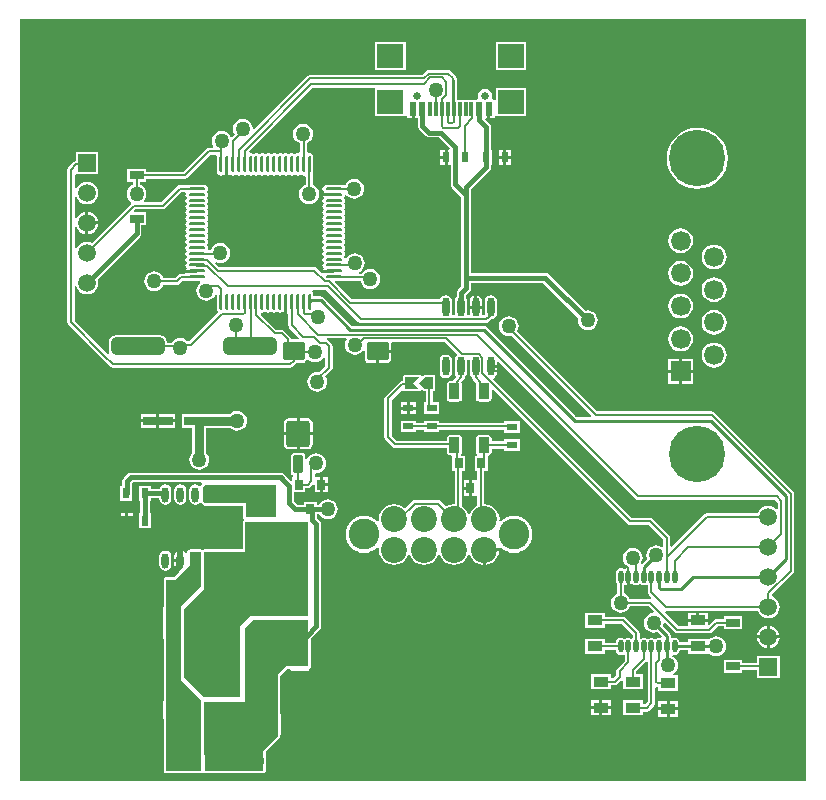
<source format=gbr>
%TF.GenerationSoftware,Altium Limited,Altium Designer,20.2.5 (213)*%
G04 Layer_Physical_Order=1*
G04 Layer_Color=255*
%FSLAX44Y44*%
%MOMM*%
%TF.SameCoordinates,3FE501F2-1E46-4B48-ABA6-5278C61F2325*%
%TF.FilePolarity,Positive*%
%TF.FileFunction,Copper,L1,Top,Signal*%
%TF.Part,Single*%
G01*
G75*
%TA.AperFunction,SMDPad,CuDef*%
%ADD10R,0.3000X1.1500*%
%ADD11R,0.6000X1.1500*%
%ADD12R,2.1800X2.0000*%
G04:AMPARAMS|DCode=13|XSize=4.5mm|YSize=1.5mm|CornerRadius=0.375mm|HoleSize=0mm|Usage=FLASHONLY|Rotation=180.000|XOffset=0mm|YOffset=0mm|HoleType=Round|Shape=RoundedRectangle|*
%AMROUNDEDRECTD13*
21,1,4.5000,0.7500,0,0,180.0*
21,1,3.7500,1.5000,0,0,180.0*
1,1,0.7500,-1.8750,0.3750*
1,1,0.7500,1.8750,0.3750*
1,1,0.7500,1.8750,-0.3750*
1,1,0.7500,-1.8750,-0.3750*
%
%ADD13ROUNDEDRECTD13*%
%ADD14R,2.5000X0.8000*%
%ADD15R,0.6000X0.9000*%
%ADD16O,0.4500X1.0500*%
%ADD17R,1.2000X0.7000*%
%ADD18O,0.6500X1.6000*%
G04:AMPARAMS|DCode=19|XSize=1.35mm|YSize=0.9mm|CornerRadius=0.09mm|HoleSize=0mm|Usage=FLASHONLY|Rotation=270.000|XOffset=0mm|YOffset=0mm|HoleType=Round|Shape=RoundedRectangle|*
%AMROUNDEDRECTD19*
21,1,1.3500,0.7200,0,0,270.0*
21,1,1.1700,0.9000,0,0,270.0*
1,1,0.1800,-0.3600,-0.5850*
1,1,0.1800,-0.3600,0.5850*
1,1,0.1800,0.3600,0.5850*
1,1,0.1800,0.3600,-0.5850*
%
%ADD19ROUNDEDRECTD19*%
%ADD20R,0.9000X0.6000*%
%ADD21R,0.7000X0.9000*%
%ADD22R,0.1000X0.1000*%
%ADD23R,1.3000X0.9000*%
G04:AMPARAMS|DCode=24|XSize=1.6mm|YSize=1.8mm|CornerRadius=0.16mm|HoleSize=0mm|Usage=FLASHONLY|Rotation=90.000|XOffset=0mm|YOffset=0mm|HoleType=Round|Shape=RoundedRectangle|*
%AMROUNDEDRECTD24*
21,1,1.6000,1.4800,0,0,90.0*
21,1,1.2800,1.8000,0,0,90.0*
1,1,0.3200,0.7400,0.6400*
1,1,0.3200,0.7400,-0.6400*
1,1,0.3200,-0.7400,-0.6400*
1,1,0.3200,-0.7400,0.6400*
%
%ADD24ROUNDEDRECTD24*%
%ADD25O,1.5000X0.2540*%
%ADD26O,0.2540X1.5000*%
G04:AMPARAMS|DCode=27|XSize=1.5mm|YSize=0.8mm|CornerRadius=0.08mm|HoleSize=0mm|Usage=FLASHONLY|Rotation=270.000|XOffset=0mm|YOffset=0mm|HoleType=Round|Shape=RoundedRectangle|*
%AMROUNDEDRECTD27*
21,1,1.5000,0.6400,0,0,270.0*
21,1,1.3400,0.8000,0,0,270.0*
1,1,0.1600,-0.3200,-0.6700*
1,1,0.1600,-0.3200,0.6700*
1,1,0.1600,0.3200,0.6700*
1,1,0.1600,0.3200,-0.6700*
%
%ADD27ROUNDEDRECTD27*%
G04:AMPARAMS|DCode=28|XSize=2.2mm|YSize=2mm|CornerRadius=0.2mm|HoleSize=0mm|Usage=FLASHONLY|Rotation=270.000|XOffset=0mm|YOffset=0mm|HoleType=Round|Shape=RoundedRectangle|*
%AMROUNDEDRECTD28*
21,1,2.2000,1.6000,0,0,270.0*
21,1,1.8000,2.0000,0,0,270.0*
1,1,0.4000,-0.8000,-0.9000*
1,1,0.4000,-0.8000,0.9000*
1,1,0.4000,0.8000,0.9000*
1,1,0.4000,0.8000,-0.9000*
%
%ADD28ROUNDEDRECTD28*%
%ADD29R,3.1000X2.6000*%
%ADD30O,0.6000X1.3000*%
%ADD31R,2.5000X2.3000*%
%ADD32R,1.1000X1.7000*%
%ADD33R,1.0000X0.6000*%
%ADD34R,1.7000X1.1000*%
%ADD35R,2.2000X2.0000*%
%ADD36R,1.6500X1.4000*%
%ADD37R,3.0000X1.1000*%
%TA.AperFunction,Conductor*%
%ADD38C,0.2000*%
%ADD39C,0.4000*%
%ADD40C,0.8000*%
%ADD41C,1.0000*%
%ADD42C,0.2540*%
%ADD43C,0.3810*%
%ADD44C,0.5000*%
%ADD45R,1.3000X1.4250*%
%ADD46R,2.5750X2.7750*%
%ADD47R,5.0250X2.5000*%
%ADD48R,0.6250X2.5135*%
%TA.AperFunction,ComponentPad*%
%ADD49C,0.6500*%
%ADD50C,1.5000*%
%ADD51R,1.5000X1.5000*%
%ADD52C,2.6000*%
%ADD53C,2.2000*%
%ADD54R,1.6900X1.6900*%
%ADD55C,1.6900*%
%ADD56C,4.7600*%
%TA.AperFunction,ViaPad*%
%ADD57C,6.0000*%
%ADD58C,1.2700*%
%ADD59C,0.8000*%
G36*
X668941Y3059D02*
X3059D01*
X3059Y647941D01*
X668941D01*
Y3059D01*
D02*
G37*
%LPC*%
G36*
X432100Y629000D02*
X406300D01*
Y605000D01*
X432100D01*
Y629000D01*
D02*
G37*
G36*
X329900D02*
X304100D01*
Y605000D01*
X329900D01*
Y629000D01*
D02*
G37*
G36*
X366000Y605059D02*
X366000Y605059D01*
X349404D01*
X348233Y604826D01*
X347241Y604163D01*
X347241Y604163D01*
X344137Y601059D01*
X249000D01*
X249000Y601059D01*
X247829Y600826D01*
X246837Y600163D01*
X246837Y600163D01*
X201586Y554911D01*
X200371Y555493D01*
X200135Y557282D01*
X199294Y559313D01*
X197955Y561057D01*
X196211Y562396D01*
X194180Y563237D01*
X192000Y563524D01*
X189820Y563237D01*
X187789Y562396D01*
X186045Y561057D01*
X184706Y559313D01*
X183865Y557282D01*
X183578Y555102D01*
X183865Y552922D01*
X184706Y550891D01*
X184991Y550520D01*
X182801Y548331D01*
X181556Y548579D01*
X181294Y549211D01*
X179955Y550955D01*
X178211Y552294D01*
X176180Y553135D01*
X174000Y553422D01*
X171820Y553135D01*
X169789Y552294D01*
X168045Y550955D01*
X166706Y549211D01*
X165865Y547180D01*
X165578Y545000D01*
X165865Y542820D01*
X166706Y540789D01*
X167160Y540198D01*
X166598Y539059D01*
X163000D01*
X161829Y538826D01*
X160837Y538163D01*
X141733Y519059D01*
X110000D01*
Y521500D01*
X94000D01*
Y510500D01*
X98941D01*
Y507771D01*
X97789Y507294D01*
X96045Y505955D01*
X94706Y504211D01*
X93865Y502180D01*
X93578Y500000D01*
X93865Y497820D01*
X94706Y495789D01*
X96045Y494045D01*
X97033Y493287D01*
X97122Y493121D01*
X97140Y491665D01*
X64212Y458738D01*
X62480Y459455D01*
X60000Y459782D01*
X57520Y459455D01*
X55209Y458498D01*
X53225Y456975D01*
X51702Y454991D01*
X50745Y452680D01*
X49559Y452973D01*
Y472827D01*
X50745Y473120D01*
X51702Y470809D01*
X53225Y468825D01*
X55209Y467302D01*
X57520Y466344D01*
X58730Y466185D01*
Y475600D01*
X60000D01*
D01*
X58730D01*
Y485015D01*
X57520Y484855D01*
X55209Y483898D01*
X53225Y482375D01*
X51702Y480391D01*
X50745Y478080D01*
X49559Y478373D01*
Y498227D01*
X50745Y498520D01*
X51702Y496209D01*
X53225Y494225D01*
X55209Y492702D01*
X57520Y491744D01*
X60000Y491418D01*
X62480Y491744D01*
X64791Y492702D01*
X66775Y494225D01*
X68298Y496209D01*
X69255Y498520D01*
X69582Y501000D01*
X69255Y503480D01*
X68298Y505791D01*
X66775Y507775D01*
X64791Y509298D01*
X62480Y510255D01*
X60000Y510582D01*
X57520Y510255D01*
X55209Y509298D01*
X53225Y507775D01*
X51702Y505791D01*
X50745Y503480D01*
X49559Y503773D01*
Y516106D01*
X50500Y516900D01*
X69500D01*
Y535900D01*
X50500D01*
Y527959D01*
X49829Y527826D01*
X48837Y527163D01*
X44337Y522663D01*
X43674Y521670D01*
X43441Y520500D01*
X43441Y520500D01*
Y391500D01*
X43441Y391500D01*
X43674Y390330D01*
X44337Y389337D01*
X71837Y361837D01*
X71837Y361837D01*
X79837Y353837D01*
X80829Y353174D01*
X82000Y352941D01*
X232000D01*
X232000Y352941D01*
X233171Y353174D01*
X234163Y353837D01*
X237163Y356837D01*
X237163Y356837D01*
X237225Y356930D01*
X242400D01*
X243805Y357209D01*
X244995Y358005D01*
X245791Y359195D01*
X245890Y359693D01*
X246728Y359995D01*
X247258Y360058D01*
X248889Y358806D01*
X250920Y357965D01*
X253100Y357678D01*
X255280Y357965D01*
X257311Y358806D01*
X259055Y360145D01*
X260394Y361889D01*
X260671Y362559D01*
X261941Y362306D01*
Y354267D01*
X256852Y349178D01*
X255000Y349422D01*
X252820Y349135D01*
X250789Y348294D01*
X249045Y346955D01*
X247706Y345211D01*
X246865Y343180D01*
X246578Y341000D01*
X246865Y338820D01*
X247706Y336789D01*
X249045Y335045D01*
X250789Y333706D01*
X252820Y332865D01*
X255000Y332578D01*
X257180Y332865D01*
X259211Y333706D01*
X260955Y335045D01*
X262294Y336789D01*
X263135Y338820D01*
X263422Y341000D01*
X263135Y343180D01*
X262294Y345211D01*
X261965Y345639D01*
X267163Y350837D01*
X267163Y350837D01*
X267826Y351829D01*
X268059Y353000D01*
Y371000D01*
X268059Y371000D01*
X267826Y372170D01*
X267163Y373163D01*
X267163Y373163D01*
X264163Y376163D01*
X263402Y376671D01*
X263559Y377804D01*
X263613Y377941D01*
X279291D01*
X279853Y376802D01*
X279706Y376611D01*
X278865Y374580D01*
X278578Y372400D01*
X278865Y370220D01*
X279706Y368189D01*
X281045Y366445D01*
X282789Y365106D01*
X284820Y364265D01*
X287000Y363978D01*
X289180Y364265D01*
X291211Y365106D01*
X292955Y366445D01*
X293909Y367688D01*
X295180Y367257D01*
Y360600D01*
X295459Y359195D01*
X296255Y358005D01*
X297445Y357209D01*
X298850Y356930D01*
X304980D01*
Y367000D01*
X306250D01*
Y368270D01*
X317320D01*
Y373400D01*
X317259Y373709D01*
X318065Y374691D01*
X362983D01*
X373495Y364179D01*
X373371Y362915D01*
X372813Y362543D01*
X371653Y360806D01*
X371246Y358758D01*
Y349258D01*
X371653Y347209D01*
X372813Y345473D01*
X372843Y345169D01*
X370837Y343163D01*
X370174Y342171D01*
X370102Y341807D01*
X367400D01*
X366269Y341582D01*
X365309Y340941D01*
X364668Y339981D01*
X364443Y338850D01*
Y327150D01*
X364668Y326018D01*
X365309Y325059D01*
X366269Y324418D01*
X367400Y324193D01*
X374600D01*
X375732Y324418D01*
X376691Y325059D01*
X377332Y326018D01*
X377557Y327150D01*
Y338850D01*
X377332Y339981D01*
X376921Y340596D01*
X379163Y342837D01*
X379163Y342837D01*
X379826Y343829D01*
X380059Y345000D01*
Y345256D01*
X380383Y345473D01*
X381544Y347209D01*
X381951Y349258D01*
Y358758D01*
X381825Y359394D01*
X382735Y360520D01*
X383162D01*
X384072Y359394D01*
X383946Y358758D01*
Y349258D01*
X384353Y347209D01*
X385513Y345473D01*
X385941Y345187D01*
Y345000D01*
X385941Y345000D01*
X386174Y343829D01*
X386837Y342837D01*
X389678Y339996D01*
X389668Y339981D01*
X389443Y338850D01*
Y327150D01*
X389668Y326018D01*
X390309Y325059D01*
X391269Y324418D01*
X392400Y324193D01*
X399600D01*
X400732Y324418D01*
X401691Y325059D01*
X402332Y326018D01*
X402557Y327150D01*
Y334458D01*
X403730Y334944D01*
X517837Y220837D01*
X518829Y220174D01*
X520000Y219941D01*
X520000Y219941D01*
X535733D01*
X547941Y207733D01*
Y201398D01*
X546802Y200836D01*
X546208Y201292D01*
X544176Y202134D01*
X541997Y202420D01*
X539817Y202134D01*
X537786Y201292D01*
X536041Y199954D01*
X534703Y198209D01*
X533862Y196178D01*
X533575Y193998D01*
X533862Y191819D01*
X534225Y190942D01*
X530302Y187019D01*
X529294Y187789D01*
X530135Y189820D01*
X530422Y192000D01*
X530135Y194180D01*
X529294Y196211D01*
X527955Y197955D01*
X526211Y199294D01*
X524180Y200135D01*
X522000Y200422D01*
X519820Y200135D01*
X517789Y199294D01*
X516045Y197955D01*
X514706Y196211D01*
X513865Y194180D01*
X513578Y192000D01*
X513865Y189820D01*
X514706Y187789D01*
X516045Y186045D01*
X517789Y184706D01*
X518147Y184558D01*
X518017Y183237D01*
X516842Y183003D01*
X516235Y182598D01*
X515250Y182149D01*
X514265Y182598D01*
X513658Y183003D01*
X512000Y183333D01*
X510342Y183003D01*
X508936Y182064D01*
X507997Y180658D01*
X507667Y179000D01*
Y173000D01*
X507997Y171342D01*
X508936Y169936D01*
X508941Y169932D01*
Y161771D01*
X507789Y161294D01*
X506045Y159955D01*
X504706Y158211D01*
X503865Y156180D01*
X503578Y154000D01*
X503865Y151820D01*
X504706Y149789D01*
X506045Y148045D01*
X507789Y146706D01*
X509820Y145865D01*
X512000Y145578D01*
X514180Y145865D01*
X516211Y146706D01*
X517955Y148045D01*
X519294Y149789D01*
X519771Y150941D01*
X535733D01*
X540051Y146623D01*
X539519Y145359D01*
X537820Y145135D01*
X535789Y144294D01*
X534045Y142955D01*
X532706Y141211D01*
X531865Y139180D01*
X531578Y137000D01*
X531865Y134820D01*
X532706Y132789D01*
X534045Y131045D01*
X535789Y129706D01*
X537820Y128865D01*
X540000Y128578D01*
X542180Y128865D01*
X543057Y129228D01*
X546790Y125495D01*
X546729Y125086D01*
X546695Y125021D01*
X545310Y124172D01*
X544500Y124333D01*
X542842Y124003D01*
X542235Y123598D01*
X541250Y123149D01*
X540265Y123598D01*
X539658Y124003D01*
X538000Y124333D01*
X536342Y124003D01*
X535735Y123598D01*
X534750Y123149D01*
X533765Y123598D01*
X533158Y124003D01*
X531500Y124333D01*
X529842Y124003D01*
X529329Y123661D01*
X528059Y124340D01*
Y128000D01*
X528059Y128000D01*
X527826Y129171D01*
X527163Y130163D01*
X516163Y141163D01*
X515171Y141826D01*
X514000Y142059D01*
X514000Y142059D01*
X498500D01*
Y145500D01*
X481500D01*
Y132500D01*
X498500D01*
Y135941D01*
X512733D01*
X521941Y126733D01*
Y124340D01*
X520671Y123661D01*
X520158Y124003D01*
X518500Y124333D01*
X516842Y124003D01*
X516235Y123598D01*
X515250Y123149D01*
X514265Y123598D01*
X513658Y124003D01*
X512000Y124333D01*
X510342Y124003D01*
X508936Y123064D01*
X507997Y121658D01*
X507678Y120059D01*
X498500D01*
Y123500D01*
X481500D01*
Y110500D01*
X498500D01*
Y113941D01*
X507678D01*
X507997Y112342D01*
X508936Y110936D01*
X510342Y109997D01*
X512000Y109667D01*
X513658Y109997D01*
X514171Y110339D01*
X515441Y109661D01*
Y104767D01*
X508837Y98163D01*
X508174Y97170D01*
X507941Y96000D01*
X507941Y96000D01*
Y92267D01*
X505733Y90059D01*
X503500D01*
Y93500D01*
X486500D01*
Y80500D01*
X503500D01*
Y83941D01*
X507000D01*
X507000Y83941D01*
X508171Y84174D01*
X509163Y84837D01*
X512230Y87904D01*
X513500Y87378D01*
Y80500D01*
X530500D01*
Y93500D01*
X525059D01*
Y95733D01*
X533663Y104337D01*
X533671Y104350D01*
X534941Y103964D01*
Y70267D01*
X532561Y67887D01*
X530500D01*
Y71500D01*
X513500D01*
Y58500D01*
X530500D01*
Y61770D01*
X533828D01*
X533828Y61770D01*
X534999Y62003D01*
X535991Y62666D01*
X540163Y66837D01*
X540163Y66837D01*
X540826Y67829D01*
X541059Y69000D01*
X541059Y69000D01*
Y82170D01*
X542133Y82864D01*
X543306Y82454D01*
X543500Y81749D01*
Y79500D01*
X560500D01*
Y92500D01*
X556982D01*
X556288Y93634D01*
X556294Y93770D01*
X557955Y95045D01*
X559294Y96789D01*
X560135Y98820D01*
X560422Y101000D01*
X560135Y103180D01*
X559294Y105211D01*
X557955Y106955D01*
X556211Y108294D01*
X555425Y108619D01*
X555412Y108872D01*
X556636Y109838D01*
X557500Y109667D01*
X559158Y109997D01*
X560564Y110936D01*
X561503Y112342D01*
X561767Y113666D01*
X568500D01*
Y110500D01*
X585500D01*
Y110972D01*
X586770Y111403D01*
X587045Y111045D01*
X588789Y109706D01*
X590820Y108865D01*
X593000Y108578D01*
X595180Y108865D01*
X597211Y109706D01*
X598955Y111045D01*
X600294Y112789D01*
X601135Y114820D01*
X601422Y117000D01*
X601135Y119180D01*
X600294Y121211D01*
X598955Y122955D01*
X597211Y124294D01*
X595180Y125135D01*
X593000Y125422D01*
X590820Y125135D01*
X588789Y124294D01*
X587045Y122955D01*
X586770Y122597D01*
X585500Y123028D01*
Y123500D01*
X568500D01*
Y120334D01*
X561767D01*
X561503Y121658D01*
X560564Y123064D01*
X559158Y124003D01*
X557500Y124333D01*
X555842Y124003D01*
X555604Y123845D01*
X554334Y124523D01*
Y126000D01*
X554080Y127276D01*
X553358Y128358D01*
X547772Y133943D01*
X548135Y134820D01*
X548359Y136519D01*
X549623Y137051D01*
X557837Y128837D01*
X557837Y128837D01*
X558829Y128174D01*
X560000Y127941D01*
X587000D01*
X587000Y127941D01*
X588171Y128174D01*
X589163Y128837D01*
X594267Y133941D01*
X599000D01*
Y131500D01*
X615000D01*
Y142500D01*
X599000D01*
Y140059D01*
X593000D01*
X593000Y140059D01*
X591829Y139826D01*
X590837Y139163D01*
X586770Y135096D01*
X585500Y135622D01*
Y137730D01*
X577000D01*
X568500D01*
Y134059D01*
X561267D01*
X549296Y146029D01*
X549336Y146298D01*
X550600Y147341D01*
X550600Y147341D01*
X627984D01*
X628702Y145609D01*
X630224Y143625D01*
X632209Y142102D01*
X634520Y141145D01*
X637000Y140818D01*
X639480Y141145D01*
X641791Y142102D01*
X643775Y143625D01*
X645298Y145609D01*
X646255Y147920D01*
X646582Y150400D01*
X646255Y152880D01*
X645298Y155191D01*
X643775Y157176D01*
X641791Y158698D01*
X640059Y159416D01*
Y160744D01*
X658163Y178848D01*
X658826Y179841D01*
X659059Y181011D01*
X659059Y181012D01*
Y246000D01*
X659059Y246000D01*
X658826Y247171D01*
X658163Y248163D01*
X591163Y315163D01*
X590171Y315826D01*
X589000Y316059D01*
X589000Y316059D01*
X492267D01*
X424365Y383961D01*
X425135Y385820D01*
X425422Y388000D01*
X425135Y390180D01*
X424294Y392211D01*
X422955Y393955D01*
X421211Y395294D01*
X419180Y396135D01*
X417000Y396422D01*
X414820Y396135D01*
X412789Y395294D01*
X411045Y393955D01*
X409706Y392211D01*
X408865Y390180D01*
X408578Y388000D01*
X408865Y385820D01*
X409706Y383789D01*
X411045Y382045D01*
X412789Y380706D01*
X414820Y379865D01*
X417000Y379578D01*
X419180Y379865D01*
X419625Y380049D01*
X487167Y312507D01*
X486681Y311334D01*
X474381D01*
X398358Y387357D01*
X397276Y388080D01*
X396000Y388334D01*
X284381D01*
X260357Y412357D01*
X259276Y413080D01*
X258000Y413334D01*
X251835D01*
Y415221D01*
X251582Y416497D01*
X250859Y417579D01*
X250721Y417671D01*
X251106Y418941D01*
X262733D01*
X289837Y391837D01*
X289837Y391837D01*
X290830Y391174D01*
X292000Y390941D01*
X360436D01*
X360450Y390932D01*
X361620Y390699D01*
X397832D01*
X397832Y390699D01*
X399002Y390932D01*
X399995Y391595D01*
X402381Y393981D01*
X404047Y394312D01*
X405783Y395473D01*
X406944Y397209D01*
X407351Y399258D01*
Y408758D01*
X406944Y410806D01*
X405783Y412543D01*
X404047Y413703D01*
X401998Y414111D01*
X399950Y413703D01*
X398213Y412543D01*
X397053Y410806D01*
X396646Y408758D01*
Y399258D01*
X396788Y398542D01*
X395845Y397422D01*
X395392Y397433D01*
X394510Y398546D01*
X394651Y399258D01*
Y402738D01*
X383946D01*
Y399258D01*
X384072Y398622D01*
X383162Y397496D01*
X382735D01*
X381825Y398622D01*
X381951Y399258D01*
Y408758D01*
X381544Y410806D01*
X381078Y411503D01*
Y414311D01*
X384084Y417316D01*
X384968Y418639D01*
X385278Y420200D01*
X385278Y420200D01*
Y424922D01*
X446311D01*
X475920Y395312D01*
X475865Y395180D01*
X475578Y393000D01*
X475865Y390820D01*
X476706Y388789D01*
X478045Y387045D01*
X479789Y385706D01*
X481820Y384865D01*
X484000Y384578D01*
X486180Y384865D01*
X488211Y385706D01*
X489955Y387045D01*
X491294Y388789D01*
X492135Y390820D01*
X492422Y393000D01*
X492135Y395180D01*
X491294Y397211D01*
X489955Y398955D01*
X488211Y400294D01*
X486180Y401135D01*
X484000Y401422D01*
X481820Y401135D01*
X481688Y401080D01*
X450884Y431884D01*
X449561Y432768D01*
X448000Y433078D01*
X448000Y433078D01*
X385278D01*
Y499000D01*
X385278Y499000D01*
X385278Y499000D01*
Y504511D01*
X400991Y520224D01*
X400991Y520224D01*
X401875Y521547D01*
X402186Y523107D01*
Y524500D01*
X403200D01*
Y537500D01*
X402078D01*
Y546994D01*
X402278Y548000D01*
X402278Y548000D01*
Y556800D01*
X402278Y556800D01*
X401968Y558361D01*
X401084Y559684D01*
X401084Y559684D01*
X397441Y563327D01*
X397927Y564500D01*
X398830D01*
Y572250D01*
X401370D01*
Y564500D01*
X405100D01*
Y565831D01*
X406300Y566000D01*
X406370Y566000D01*
X432100D01*
Y590000D01*
X406300D01*
Y580169D01*
X405100Y580000D01*
X405030Y580000D01*
X403623D01*
X402773Y581270D01*
X403117Y583000D01*
X402652Y585341D01*
X401326Y587326D01*
X399341Y588652D01*
X397000Y589118D01*
X394659Y588652D01*
X392674Y587326D01*
X391348Y585341D01*
X390882Y583000D01*
X391227Y581270D01*
X390377Y580000D01*
X373659D01*
Y596250D01*
X373426Y597421D01*
X373059Y597970D01*
Y598000D01*
X372826Y599171D01*
X372163Y600163D01*
X372163Y600163D01*
X368163Y604163D01*
X367171Y604826D01*
X366000Y605059D01*
D02*
G37*
G36*
X418800Y537500D02*
X415070D01*
Y532270D01*
X418800D01*
Y537500D01*
D02*
G37*
G36*
X412530D02*
X408800D01*
Y532270D01*
X412530D01*
Y537500D01*
D02*
G37*
G36*
X418800Y529730D02*
X415070D01*
Y524500D01*
X418800D01*
Y529730D01*
D02*
G37*
G36*
X412530D02*
X408800D01*
Y524500D01*
X412530D01*
Y529730D01*
D02*
G37*
G36*
X576800Y556025D02*
X571742Y555527D01*
X566879Y554051D01*
X562397Y551656D01*
X558468Y548432D01*
X555244Y544503D01*
X552849Y540021D01*
X551373Y535158D01*
X550875Y530100D01*
X551373Y525042D01*
X552849Y520179D01*
X555244Y515697D01*
X558468Y511768D01*
X562397Y508544D01*
X566879Y506148D01*
X571742Y504673D01*
X576800Y504175D01*
X581858Y504673D01*
X586721Y506148D01*
X591203Y508544D01*
X595132Y511768D01*
X598356Y515697D01*
X600751Y520179D01*
X602227Y525042D01*
X602725Y530100D01*
X602227Y535158D01*
X600751Y540021D01*
X598356Y544503D01*
X595132Y548432D01*
X591203Y551656D01*
X586721Y554051D01*
X581858Y555527D01*
X576800Y556025D01*
D02*
G37*
G36*
X61270Y485015D02*
Y476870D01*
X69415D01*
X69255Y478080D01*
X68298Y480391D01*
X66775Y482375D01*
X64791Y483898D01*
X62480Y484855D01*
X61270Y485015D01*
D02*
G37*
G36*
X69415Y474330D02*
X61270D01*
Y466185D01*
X62480Y466344D01*
X64791Y467302D01*
X66775Y468825D01*
X68298Y470809D01*
X69255Y473120D01*
X69415Y474330D01*
D02*
G37*
G36*
X562600Y471090D02*
X559872Y470731D01*
X557330Y469678D01*
X555147Y468003D01*
X553472Y465820D01*
X552419Y463278D01*
X552060Y460550D01*
X552419Y457822D01*
X553472Y455280D01*
X555147Y453097D01*
X557330Y451422D01*
X559872Y450369D01*
X562600Y450010D01*
X565328Y450369D01*
X567870Y451422D01*
X570053Y453097D01*
X571728Y455280D01*
X572781Y457822D01*
X573140Y460550D01*
X572781Y463278D01*
X571728Y465820D01*
X570053Y468003D01*
X567870Y469678D01*
X565328Y470731D01*
X562600Y471090D01*
D02*
G37*
G36*
X591000Y457240D02*
X588272Y456881D01*
X585730Y455828D01*
X583547Y454153D01*
X581872Y451970D01*
X580819Y449428D01*
X580460Y446700D01*
X580819Y443972D01*
X581872Y441430D01*
X583547Y439247D01*
X585730Y437572D01*
X588272Y436519D01*
X591000Y436160D01*
X593728Y436519D01*
X596270Y437572D01*
X598453Y439247D01*
X600128Y441430D01*
X601181Y443972D01*
X601540Y446700D01*
X601181Y449428D01*
X600128Y451970D01*
X598453Y454153D01*
X596270Y455828D01*
X593728Y456881D01*
X591000Y457240D01*
D02*
G37*
G36*
X562600Y443390D02*
X559872Y443031D01*
X557330Y441978D01*
X555147Y440303D01*
X553472Y438120D01*
X552419Y435578D01*
X552060Y432850D01*
X552419Y430122D01*
X553472Y427580D01*
X555147Y425397D01*
X557330Y423722D01*
X559872Y422669D01*
X562600Y422310D01*
X565328Y422669D01*
X567870Y423722D01*
X570053Y425397D01*
X571728Y427580D01*
X572781Y430122D01*
X573140Y432850D01*
X572781Y435578D01*
X571728Y438120D01*
X570053Y440303D01*
X567870Y441978D01*
X565328Y443031D01*
X562600Y443390D01*
D02*
G37*
G36*
X591000Y429540D02*
X588272Y429181D01*
X585730Y428128D01*
X583547Y426453D01*
X581872Y424270D01*
X580819Y421728D01*
X580460Y419000D01*
X580819Y416272D01*
X581872Y413730D01*
X583547Y411547D01*
X585730Y409872D01*
X588272Y408819D01*
X591000Y408460D01*
X593728Y408819D01*
X596270Y409872D01*
X598453Y411547D01*
X600128Y413730D01*
X601181Y416272D01*
X601540Y419000D01*
X601181Y421728D01*
X600128Y424270D01*
X598453Y426453D01*
X596270Y428128D01*
X593728Y429181D01*
X591000Y429540D01*
D02*
G37*
G36*
X390568Y413858D02*
Y405278D01*
X394651D01*
Y408758D01*
X394244Y410806D01*
X393083Y412543D01*
X391347Y413703D01*
X390568Y413858D01*
D02*
G37*
G36*
X388028D02*
X387250Y413703D01*
X385513Y412543D01*
X384353Y410806D01*
X383946Y408758D01*
Y405278D01*
X388028D01*
Y413858D01*
D02*
G37*
G36*
X562600Y415690D02*
X559872Y415331D01*
X557330Y414278D01*
X555147Y412603D01*
X553472Y410420D01*
X552419Y407878D01*
X552060Y405150D01*
X552419Y402422D01*
X553472Y399880D01*
X555147Y397697D01*
X557330Y396022D01*
X559872Y394969D01*
X562600Y394610D01*
X565328Y394969D01*
X567870Y396022D01*
X570053Y397697D01*
X571728Y399880D01*
X572781Y402422D01*
X573140Y405150D01*
X572781Y407878D01*
X571728Y410420D01*
X570053Y412603D01*
X567870Y414278D01*
X565328Y415331D01*
X562600Y415690D01*
D02*
G37*
G36*
X591000Y401840D02*
X588272Y401481D01*
X585730Y400428D01*
X583547Y398753D01*
X581872Y396570D01*
X580819Y394028D01*
X580460Y391300D01*
X580819Y388572D01*
X581872Y386030D01*
X583547Y383847D01*
X585730Y382172D01*
X588272Y381119D01*
X591000Y380760D01*
X593728Y381119D01*
X596270Y382172D01*
X598453Y383847D01*
X600128Y386030D01*
X601181Y388572D01*
X601540Y391300D01*
X601181Y394028D01*
X600128Y396570D01*
X598453Y398753D01*
X596270Y400428D01*
X593728Y401481D01*
X591000Y401840D01*
D02*
G37*
G36*
X562600Y387990D02*
X559872Y387631D01*
X557330Y386578D01*
X555147Y384903D01*
X553472Y382720D01*
X552419Y380178D01*
X552060Y377450D01*
X552419Y374722D01*
X553472Y372180D01*
X555147Y369997D01*
X557330Y368322D01*
X559872Y367269D01*
X562600Y366910D01*
X565328Y367269D01*
X567870Y368322D01*
X570053Y369997D01*
X571728Y372180D01*
X572781Y374722D01*
X573140Y377450D01*
X572781Y380178D01*
X571728Y382720D01*
X570053Y384903D01*
X567870Y386578D01*
X565328Y387631D01*
X562600Y387990D01*
D02*
G37*
G36*
X317320Y365730D02*
X307520D01*
Y356930D01*
X313650D01*
X315055Y357209D01*
X316245Y358005D01*
X317041Y359195D01*
X317320Y360600D01*
Y365730D01*
D02*
G37*
G36*
X591000Y374140D02*
X588272Y373781D01*
X585730Y372728D01*
X583547Y371053D01*
X581872Y368870D01*
X580819Y366328D01*
X580460Y363600D01*
X580819Y360872D01*
X581872Y358330D01*
X583547Y356147D01*
X585730Y354472D01*
X588272Y353419D01*
X591000Y353060D01*
X593728Y353419D01*
X596270Y354472D01*
X598453Y356147D01*
X600128Y358330D01*
X601181Y360872D01*
X601540Y363600D01*
X601181Y366328D01*
X600128Y368870D01*
X598453Y371053D01*
X596270Y372728D01*
X593728Y373781D01*
X591000Y374140D01*
D02*
G37*
G36*
X573050Y360200D02*
X563870D01*
Y351020D01*
X573050D01*
Y360200D01*
D02*
G37*
G36*
X561330D02*
X552150D01*
Y351020D01*
X561330D01*
Y360200D01*
D02*
G37*
G36*
X363898Y364111D02*
X361850Y363703D01*
X360113Y362543D01*
X358953Y360806D01*
X358546Y358758D01*
Y349258D01*
X358953Y347209D01*
X360113Y345473D01*
X361850Y344312D01*
X363898Y343905D01*
X365947Y344312D01*
X367683Y345473D01*
X368844Y347209D01*
X369251Y349258D01*
Y358758D01*
X368844Y360806D01*
X367683Y362543D01*
X365947Y363703D01*
X363898Y364111D01*
D02*
G37*
G36*
X573050Y348480D02*
X563870D01*
Y339300D01*
X573050D01*
Y348480D01*
D02*
G37*
G36*
X561330D02*
X552150D01*
Y339300D01*
X561330D01*
Y348480D01*
D02*
G37*
G36*
X338500Y323800D02*
X333270D01*
Y320070D01*
X338500D01*
Y323800D01*
D02*
G37*
G36*
X330730D02*
X325500D01*
Y320070D01*
X330730D01*
Y323800D01*
D02*
G37*
G36*
X341203Y347119D02*
X329500D01*
X328720Y346964D01*
X328058Y346522D01*
X327616Y345860D01*
X327461Y345080D01*
Y342059D01*
X327000D01*
X325829Y341826D01*
X324837Y341163D01*
X312837Y329163D01*
X312174Y328171D01*
X311941Y327000D01*
X311941Y327000D01*
Y294000D01*
X311941Y294000D01*
X312174Y292830D01*
X312837Y291837D01*
X318837Y285837D01*
X318837Y285837D01*
X319830Y285174D01*
X321000Y284941D01*
X364443D01*
Y281650D01*
X364668Y280518D01*
X365309Y279559D01*
X366269Y278918D01*
X367400Y278693D01*
X368310D01*
X369500Y278500D01*
Y265500D01*
X371441D01*
Y238076D01*
X370844Y237552D01*
X367450Y237105D01*
X364287Y235795D01*
X364020Y235590D01*
X359757Y239853D01*
X358764Y240516D01*
X357594Y240749D01*
X357593Y240749D01*
X337690D01*
X336519Y240516D01*
X335527Y239853D01*
X329382Y233708D01*
X329318Y233712D01*
X326602Y235795D01*
X323440Y237105D01*
X320046Y237552D01*
X316653Y237105D01*
X313490Y235795D01*
X310775Y233712D01*
X308691Y230996D01*
X307381Y227834D01*
X306934Y224440D01*
X307132Y222941D01*
X305920Y222416D01*
X305655Y222738D01*
X303295Y224675D01*
X300602Y226114D01*
X297681Y227000D01*
X294642Y227299D01*
X291604Y227000D01*
X288682Y226114D01*
X285989Y224675D01*
X283629Y222738D01*
X281692Y220378D01*
X280253Y217685D01*
X279366Y214763D01*
X279067Y211724D01*
X279366Y208686D01*
X280253Y205764D01*
X281692Y203071D01*
X283629Y200711D01*
X285989Y198774D01*
X288682Y197335D01*
X291604Y196449D01*
X294642Y196150D01*
X297681Y196449D01*
X300602Y197335D01*
X303295Y198774D01*
X305655Y200711D01*
X305866Y200968D01*
X307078Y200442D01*
X306888Y199000D01*
X307335Y195606D01*
X308645Y192444D01*
X310728Y189728D01*
X313444Y187645D01*
X316606Y186335D01*
X320000Y185888D01*
X323394Y186335D01*
X326556Y187645D01*
X329272Y189728D01*
X331355Y192444D01*
X332012Y194029D01*
X333387D01*
X334043Y192444D01*
X336127Y189728D01*
X338843Y187645D01*
X342005Y186335D01*
X345399Y185888D01*
X348792Y186335D01*
X351955Y187645D01*
X354670Y189728D01*
X356754Y192444D01*
X357411Y194029D01*
X358785D01*
X359442Y192444D01*
X361525Y189728D01*
X364241Y187645D01*
X367404Y186335D01*
X370797Y185888D01*
X374191Y186335D01*
X377353Y187645D01*
X380069Y189728D01*
X382153Y192444D01*
X382809Y194029D01*
X384184D01*
X384840Y192444D01*
X386924Y189728D01*
X389640Y187645D01*
X392802Y186335D01*
X394926Y186055D01*
Y199000D01*
X396196D01*
Y200270D01*
X409141D01*
X409101Y200571D01*
X410313Y201096D01*
X410629Y200711D01*
X412989Y198774D01*
X415682Y197335D01*
X418604Y196449D01*
X421642Y196150D01*
X424681Y196449D01*
X427603Y197335D01*
X430295Y198774D01*
X432655Y200711D01*
X434592Y203071D01*
X436032Y205764D01*
X436918Y208686D01*
X437217Y211724D01*
X436918Y214763D01*
X436032Y217685D01*
X434592Y220378D01*
X432655Y222738D01*
X430295Y224675D01*
X427603Y226114D01*
X424681Y227000D01*
X421642Y227299D01*
X418604Y227000D01*
X415682Y226114D01*
X412989Y224675D01*
X410629Y222738D01*
X410372Y222425D01*
X409160Y222950D01*
X409354Y224424D01*
X408908Y227818D01*
X407598Y230981D01*
X405514Y233696D01*
X402798Y235780D01*
X399636Y237090D01*
X396559Y237495D01*
Y265500D01*
X399500D01*
Y278500D01*
X400607Y278894D01*
X400732Y278918D01*
X401691Y279559D01*
X402332Y280518D01*
X402557Y281650D01*
Y284441D01*
X413500D01*
Y282200D01*
X426500D01*
Y292200D01*
X413500D01*
Y290559D01*
X402557D01*
Y293350D01*
X402332Y294482D01*
X401691Y295441D01*
X400732Y296082D01*
X399600Y296307D01*
X392400D01*
X391269Y296082D01*
X390309Y295441D01*
X389668Y294482D01*
X389443Y293350D01*
Y281650D01*
X389668Y280518D01*
X390168Y279770D01*
X389930Y278986D01*
X389608Y278500D01*
X388500D01*
Y265500D01*
X390441D01*
Y258587D01*
X390000Y257500D01*
X389171Y257500D01*
X385770D01*
Y251000D01*
Y244500D01*
X390000D01*
X390441Y243413D01*
Y236093D01*
X389686Y235780D01*
X386970Y233696D01*
X384887Y230981D01*
X384233Y229403D01*
X382859D01*
X382199Y230996D01*
X380115Y233712D01*
X377559Y235673D01*
Y265500D01*
X380500D01*
Y278500D01*
X377391D01*
X377070Y278986D01*
X376832Y279770D01*
X377332Y280518D01*
X377557Y281650D01*
Y293350D01*
X377332Y294482D01*
X376691Y295441D01*
X375732Y296082D01*
X374600Y296307D01*
X367400D01*
X366269Y296082D01*
X365309Y295441D01*
X364668Y294482D01*
X364443Y293350D01*
Y291059D01*
X322267D01*
X318059Y295267D01*
Y325733D01*
X326345Y334019D01*
X326649Y334048D01*
X327874Y333753D01*
X328058Y333478D01*
X328720Y333036D01*
X329500Y332881D01*
X341202D01*
X341203Y332881D01*
X341983Y333036D01*
X342644Y333478D01*
X342857Y333797D01*
X344028Y334096D01*
X344370Y334081D01*
X344972Y333478D01*
X345634Y333036D01*
X346414Y332881D01*
X346941D01*
Y323800D01*
X345500D01*
Y313800D01*
X358500D01*
Y323800D01*
X353059D01*
Y332881D01*
X353086D01*
X353866Y333036D01*
X354528Y333478D01*
X354970Y334140D01*
X355125Y334920D01*
Y345079D01*
X354970Y345860D01*
X354528Y346521D01*
X353866Y346963D01*
X353086Y347119D01*
X346416D01*
X345636Y346963D01*
X344974Y346521D01*
X344974Y346521D01*
X344370Y345917D01*
X344027Y345902D01*
X342858Y346202D01*
X342644Y346522D01*
X341983Y346964D01*
X341203Y347119D01*
D02*
G37*
G36*
X338500Y317530D02*
X333270D01*
Y313800D01*
X338500D01*
Y317530D01*
D02*
G37*
G36*
X330730D02*
X325500D01*
Y313800D01*
X330730D01*
Y317530D01*
D02*
G37*
G36*
X134500Y314000D02*
X121270D01*
Y309270D01*
X134500D01*
Y314000D01*
D02*
G37*
G36*
X118730D02*
X105500D01*
Y309270D01*
X118730D01*
Y314000D01*
D02*
G37*
G36*
X358500Y308200D02*
X345500D01*
Y306259D01*
X338500D01*
Y308200D01*
X325500D01*
Y298200D01*
X338500D01*
Y300141D01*
X345500D01*
Y298200D01*
X358500D01*
Y300141D01*
X413500D01*
Y297800D01*
X426500D01*
Y307800D01*
X413500D01*
Y306259D01*
X358500D01*
Y308200D01*
D02*
G37*
G36*
X134500Y306730D02*
X121270D01*
Y302000D01*
X134500D01*
Y306730D01*
D02*
G37*
G36*
X118730D02*
X105500D01*
Y302000D01*
X118730D01*
Y306730D01*
D02*
G37*
G36*
X187000Y316422D02*
X184820Y316135D01*
X182789Y315294D01*
X181256Y314118D01*
X155000D01*
X154409Y314000D01*
X140500D01*
Y302000D01*
X148882D01*
Y280744D01*
X147706Y279211D01*
X146865Y277180D01*
X146578Y275000D01*
X146865Y272820D01*
X147706Y270789D01*
X149045Y269045D01*
X150789Y267706D01*
X152820Y266865D01*
X155000Y266578D01*
X157180Y266865D01*
X159211Y267706D01*
X160955Y269045D01*
X162294Y270789D01*
X163135Y272820D01*
X163422Y275000D01*
X163135Y277180D01*
X162294Y279211D01*
X161117Y280744D01*
Y301882D01*
X181256D01*
X182789Y300706D01*
X184820Y299865D01*
X187000Y299578D01*
X189180Y299865D01*
X191211Y300706D01*
X192955Y302045D01*
X194294Y303789D01*
X195135Y305820D01*
X195422Y308000D01*
X195135Y310180D01*
X194294Y312211D01*
X192955Y313955D01*
X191211Y315294D01*
X189180Y316135D01*
X187000Y316422D01*
D02*
G37*
G36*
X247000Y310078D02*
X240270D01*
Y298270D01*
X251078D01*
Y306000D01*
X250768Y307561D01*
X249884Y308884D01*
X248561Y309768D01*
X247000Y310078D01*
D02*
G37*
G36*
X237730D02*
X231000D01*
X229439Y309768D01*
X228116Y308884D01*
X227232Y307561D01*
X226922Y306000D01*
Y298270D01*
X237730D01*
Y310078D01*
D02*
G37*
G36*
X251078Y295730D02*
X240270D01*
Y283922D01*
X247000D01*
X248561Y284232D01*
X249884Y285116D01*
X250768Y286439D01*
X251078Y288000D01*
Y295730D01*
D02*
G37*
G36*
X237730D02*
X226922D01*
Y288000D01*
X227232Y286439D01*
X228116Y285116D01*
X229439Y284232D01*
X231000Y283922D01*
X237730D01*
Y295730D01*
D02*
G37*
G36*
X242200Y280555D02*
X235800D01*
X234708Y280338D01*
X233781Y279719D01*
X233162Y278792D01*
X232945Y277700D01*
Y264300D01*
X233162Y263207D01*
X233781Y262281D01*
X234547Y261770D01*
X234542Y261146D01*
X234335Y260500D01*
X234000D01*
Y257564D01*
X232730Y257038D01*
X228879Y260889D01*
X228879Y260889D01*
X226884Y262884D01*
X226884Y262884D01*
X225561Y263768D01*
X224000Y264078D01*
X224000Y264078D01*
X97000D01*
X97000Y264078D01*
X95439Y263768D01*
X94116Y262884D01*
X94116Y262884D01*
X91116Y259884D01*
X90232Y258561D01*
X89922Y257000D01*
X89922Y257000D01*
Y253000D01*
X88400D01*
Y240000D01*
X98400D01*
Y253000D01*
X98078D01*
Y255311D01*
X98689Y255922D01*
X156992D01*
X157518Y254652D01*
X156558Y253692D01*
X156367Y253406D01*
X155939Y253030D01*
X154821Y253029D01*
X153801Y253710D01*
X151850Y254098D01*
X149899Y253710D01*
X148245Y252605D01*
X147140Y250951D01*
X146752Y249000D01*
Y242000D01*
X147140Y240049D01*
X148245Y238395D01*
X149899Y237290D01*
X151850Y236902D01*
X153801Y237290D01*
X155455Y238395D01*
X155521Y238495D01*
X157078Y238538D01*
X158808Y236808D01*
X159470Y236366D01*
X160250Y236211D01*
X190693D01*
X191125Y236355D01*
Y236211D01*
X192211D01*
Y226250D01*
X192366Y225470D01*
X192808Y224808D01*
X192808Y223692D01*
X192366Y223030D01*
X192211Y222250D01*
Y199039D01*
X159000D01*
X158220Y198884D01*
X157625Y198487D01*
X157030Y198884D01*
X156250Y199039D01*
X147000Y199039D01*
X146220Y198884D01*
X145558Y198442D01*
X145116Y197780D01*
X144961Y197000D01*
Y195431D01*
X143691Y195204D01*
X142755Y196605D01*
X141101Y197710D01*
X140420Y197845D01*
Y189500D01*
X139150D01*
Y188230D01*
X134052D01*
Y186000D01*
X134440Y184049D01*
X135545Y182395D01*
X137199Y181290D01*
X137751Y181180D01*
X138169Y179802D01*
X133905Y175539D01*
X127000Y175539D01*
X126220Y175384D01*
X125558Y174942D01*
X125116Y174280D01*
X124961Y173500D01*
Y150500D01*
X124593D01*
Y123500D01*
X124961D01*
Y70750D01*
X124593D01*
Y55750D01*
X124961D01*
Y11750D01*
X125116Y10970D01*
X125558Y10308D01*
X126220Y9866D01*
X127000Y9711D01*
X156750D01*
X157530Y9866D01*
X158125Y10263D01*
X158720Y9866D01*
X159500Y9711D01*
X209750D01*
X210530Y9866D01*
X211192Y10308D01*
X211634Y10970D01*
X211789Y11750D01*
Y27905D01*
X222942Y39058D01*
X222942Y39058D01*
X223384Y39720D01*
X223539Y40500D01*
Y41857D01*
X224500Y41971D01*
Y60030D01*
X223539Y60143D01*
Y91905D01*
X229595Y97961D01*
X231671D01*
X232750Y96691D01*
Y96250D01*
X247750D01*
Y96716D01*
X247750Y97059D01*
X248175Y97906D01*
X248660Y98370D01*
X248942Y98558D01*
X249384Y99220D01*
X249539Y100000D01*
X249539Y123771D01*
X256884Y131116D01*
X256884Y131116D01*
X257768Y132439D01*
X258078Y134000D01*
X258078Y134000D01*
Y220346D01*
X257768Y221907D01*
X256884Y223230D01*
X256884Y223230D01*
X254578Y225536D01*
Y228922D01*
X256651D01*
X256706Y228789D01*
X258045Y227045D01*
X259789Y225706D01*
X261820Y224865D01*
X264000Y224578D01*
X266180Y224865D01*
X268211Y225706D01*
X269955Y227045D01*
X271294Y228789D01*
X272135Y230820D01*
X272422Y233000D01*
X272135Y235180D01*
X271294Y237211D01*
X269955Y238955D01*
X268211Y240294D01*
X266180Y241135D01*
X264000Y241422D01*
X261820Y241135D01*
X259789Y240294D01*
X258045Y238955D01*
X256706Y237211D01*
X256651Y237078D01*
X254500D01*
Y239500D01*
X243500D01*
Y237078D01*
X237689D01*
X235076Y239692D01*
Y247500D01*
X245000D01*
Y250941D01*
X247000D01*
X247000Y250941D01*
X248171Y251174D01*
X249163Y251837D01*
X251730Y254404D01*
X253000Y253878D01*
Y247500D01*
X257230D01*
Y254000D01*
Y260500D01*
X253059D01*
Y262752D01*
X254000Y263578D01*
X256180Y263865D01*
X258211Y264706D01*
X259955Y266045D01*
X261294Y267789D01*
X262135Y269820D01*
X262422Y272000D01*
X262135Y274180D01*
X261294Y276211D01*
X259955Y277955D01*
X258211Y279294D01*
X256180Y280135D01*
X254000Y280422D01*
X251820Y280135D01*
X249789Y279294D01*
X248045Y277955D01*
X246706Y276211D01*
X246325Y275290D01*
X245055Y275543D01*
Y277700D01*
X244837Y278792D01*
X244219Y279719D01*
X243293Y280338D01*
X242200Y280555D01*
D02*
G37*
G36*
X264000Y260500D02*
X259770D01*
Y255270D01*
X264000D01*
Y260500D01*
D02*
G37*
G36*
X383230Y257500D02*
X379000D01*
Y252270D01*
X383230D01*
Y257500D01*
D02*
G37*
G36*
X126450Y254098D02*
X124499Y253710D01*
X122845Y252605D01*
X121740Y250951D01*
X121647Y250481D01*
X114000D01*
Y253000D01*
X104000D01*
Y240000D01*
X105318D01*
Y230000D01*
X104300D01*
Y217000D01*
X114300D01*
Y230000D01*
X113281D01*
Y240000D01*
X114000D01*
Y242519D01*
X121352D01*
Y242000D01*
X121740Y240049D01*
X122845Y238395D01*
X124499Y237290D01*
X126450Y236902D01*
X128401Y237290D01*
X130055Y238395D01*
X131160Y240049D01*
X131548Y242000D01*
Y249000D01*
X131160Y250951D01*
X130055Y252605D01*
X128401Y253710D01*
X126450Y254098D01*
D02*
G37*
G36*
X264000Y252730D02*
X259770D01*
Y247500D01*
X264000D01*
Y252730D01*
D02*
G37*
G36*
X383230Y249730D02*
X379000D01*
Y244500D01*
X383230D01*
Y249730D01*
D02*
G37*
G36*
X139150Y254098D02*
X137199Y253710D01*
X135545Y252605D01*
X134440Y250951D01*
X134052Y249000D01*
Y242000D01*
X134440Y240049D01*
X135545Y238395D01*
X137199Y237290D01*
X139150Y236902D01*
X141101Y237290D01*
X142755Y238395D01*
X143860Y240049D01*
X144248Y242000D01*
Y249000D01*
X143860Y250951D01*
X142755Y252605D01*
X141101Y253710D01*
X139150Y254098D01*
D02*
G37*
G36*
X98700Y230000D02*
X94970D01*
Y224770D01*
X98700D01*
Y230000D01*
D02*
G37*
G36*
X92430D02*
X88700D01*
Y224770D01*
X92430D01*
Y230000D01*
D02*
G37*
G36*
X98700Y222230D02*
X94970D01*
Y219510D01*
X98700Y219812D01*
Y222230D01*
D02*
G37*
G36*
X92430D02*
X88700D01*
Y219004D01*
X92430Y219305D01*
Y222230D01*
D02*
G37*
G36*
X137880Y197845D02*
X137199Y197710D01*
X135545Y196605D01*
X134440Y194951D01*
X134052Y193000D01*
Y190770D01*
X137880D01*
Y197845D01*
D02*
G37*
G36*
X409141Y197730D02*
X397466D01*
Y186055D01*
X399590Y186335D01*
X402752Y187645D01*
X405468Y189728D01*
X407551Y192444D01*
X408861Y195606D01*
X409141Y197730D01*
D02*
G37*
G36*
X126450Y198098D02*
X124499Y197710D01*
X122845Y196605D01*
X121740Y194951D01*
X121352Y193000D01*
Y186000D01*
X121740Y184049D01*
X122845Y182395D01*
X124499Y181290D01*
X126450Y180902D01*
X128401Y181290D01*
X130055Y182395D01*
X131160Y184049D01*
X131548Y186000D01*
Y193000D01*
X131160Y194951D01*
X130055Y196605D01*
X128401Y197710D01*
X126450Y198098D01*
D02*
G37*
G36*
X585500Y145500D02*
X578270D01*
Y140270D01*
X585500D01*
Y145500D01*
D02*
G37*
G36*
X575730D02*
X568500D01*
Y140270D01*
X575730D01*
Y145500D01*
D02*
G37*
G36*
X638270Y134415D02*
Y126270D01*
X646415D01*
X646255Y127480D01*
X645298Y129791D01*
X643775Y131776D01*
X641791Y133298D01*
X639480Y134256D01*
X638270Y134415D01*
D02*
G37*
G36*
X635730D02*
X634520Y134256D01*
X632209Y133298D01*
X630224Y131776D01*
X628702Y129791D01*
X627744Y127480D01*
X627585Y126270D01*
X635730D01*
Y134415D01*
D02*
G37*
G36*
X646415Y123730D02*
X638270D01*
Y115585D01*
X639480Y115744D01*
X641791Y116702D01*
X643775Y118225D01*
X645298Y120209D01*
X646255Y122520D01*
X646415Y123730D01*
D02*
G37*
G36*
X635730D02*
X627585D01*
X627744Y122520D01*
X628702Y120209D01*
X630224Y118225D01*
X632209Y116702D01*
X634520Y115744D01*
X635730Y115585D01*
Y123730D01*
D02*
G37*
G36*
X646500Y109100D02*
X627500D01*
Y103059D01*
X615000D01*
Y105500D01*
X599000D01*
Y94500D01*
X615000D01*
Y96941D01*
X627500D01*
Y90100D01*
X646500D01*
Y109100D01*
D02*
G37*
G36*
X503500Y71500D02*
X496270D01*
Y66270D01*
X503500D01*
Y71500D01*
D02*
G37*
G36*
X493730D02*
X486500D01*
Y66270D01*
X493730D01*
Y71500D01*
D02*
G37*
G36*
X560500Y70500D02*
X553270D01*
Y65270D01*
X560500D01*
Y70500D01*
D02*
G37*
G36*
X550730D02*
X543500D01*
Y65270D01*
X550730D01*
Y70500D01*
D02*
G37*
G36*
X503500Y63730D02*
X496270D01*
Y58500D01*
X503500D01*
Y63730D01*
D02*
G37*
G36*
X493730D02*
X486500D01*
Y58500D01*
X493730D01*
Y63730D01*
D02*
G37*
G36*
X560500Y62730D02*
X553270D01*
Y57500D01*
X560500D01*
Y62730D01*
D02*
G37*
G36*
X550730D02*
X543500D01*
Y57500D01*
X550730D01*
Y62730D01*
D02*
G37*
%LPD*%
G36*
X304100Y566000D02*
X329900D01*
Y566000D01*
X331100Y565831D01*
Y564500D01*
X334830D01*
Y572250D01*
X337370D01*
Y564500D01*
X339922D01*
Y558000D01*
X339922Y558000D01*
X340232Y556439D01*
X341116Y555116D01*
X347116Y549116D01*
X348439Y548232D01*
X350000Y547922D01*
X350000Y547922D01*
X358311D01*
X367462Y538770D01*
X366936Y537500D01*
X365470D01*
Y531000D01*
Y524500D01*
X367922D01*
Y508200D01*
X367922Y508200D01*
X368232Y506639D01*
X369116Y505316D01*
X377122Y497311D01*
Y429000D01*
Y421889D01*
X374116Y418884D01*
X373232Y417561D01*
X372922Y416000D01*
X372922Y416000D01*
Y412615D01*
X372813Y412543D01*
X371653Y410806D01*
X371246Y408758D01*
Y399258D01*
X371372Y398622D01*
X370462Y397496D01*
X370035D01*
X369125Y398622D01*
X369251Y399258D01*
Y408758D01*
X368844Y410806D01*
X367683Y412543D01*
X365947Y413703D01*
X363898Y414111D01*
X361850Y413703D01*
X360113Y412543D01*
X358960Y410816D01*
X284105D01*
X269938Y424984D01*
X270424Y426157D01*
X275231D01*
X276096Y426329D01*
X291798D01*
X291865Y425820D01*
X292706Y423789D01*
X294045Y422045D01*
X295789Y420706D01*
X297820Y419865D01*
X300000Y419578D01*
X302180Y419865D01*
X304211Y420706D01*
X305955Y422045D01*
X307294Y423789D01*
X308135Y425820D01*
X308422Y428000D01*
X308135Y430180D01*
X307294Y432211D01*
X305955Y433955D01*
X304211Y435294D01*
X302180Y436135D01*
X300000Y436422D01*
X297820Y436135D01*
X295789Y435294D01*
X294045Y433955D01*
X292887Y432447D01*
X290546D01*
X290293Y433717D01*
X290935Y433983D01*
X292679Y435321D01*
X294017Y437065D01*
X294859Y439097D01*
X295146Y441276D01*
X294859Y443456D01*
X294017Y445487D01*
X292679Y447232D01*
X290935Y448570D01*
X288903Y449411D01*
X286724Y449698D01*
X284544Y449411D01*
X282513Y448570D01*
X280768Y447232D01*
X279614Y445728D01*
X278636Y445757D01*
X278225Y445897D01*
X278163Y445990D01*
X277661Y446991D01*
X278163Y447993D01*
X278312Y448215D01*
X278566Y449491D01*
X278312Y450767D01*
X278163Y450990D01*
X277661Y451991D01*
X278163Y452993D01*
X278312Y453215D01*
X278566Y454491D01*
X278312Y455767D01*
X277589Y456849D01*
Y457134D01*
X278312Y458215D01*
X278566Y459491D01*
X278312Y460767D01*
X278163Y460990D01*
X277661Y461991D01*
X278163Y462993D01*
X278312Y463215D01*
X278566Y464491D01*
X278312Y465767D01*
X277589Y466849D01*
Y467134D01*
X278312Y468215D01*
X278566Y469491D01*
X278312Y470767D01*
X278163Y470990D01*
X277661Y471991D01*
X278163Y472993D01*
X278312Y473215D01*
X278566Y474491D01*
X278312Y475767D01*
X278163Y475990D01*
X277661Y476991D01*
X278163Y477993D01*
X278312Y478215D01*
X278566Y479491D01*
X278312Y480767D01*
X277589Y481849D01*
Y482134D01*
X278312Y483215D01*
X278566Y484491D01*
X278312Y485767D01*
X278163Y485990D01*
X277661Y486991D01*
X278163Y487993D01*
X278312Y488215D01*
X278566Y489491D01*
X278312Y490767D01*
X278163Y490990D01*
X277661Y491991D01*
X278163Y492993D01*
X278312Y493215D01*
X278566Y494491D01*
X278312Y495767D01*
X278163Y495990D01*
X277661Y496991D01*
X278163Y497993D01*
X278312Y498215D01*
X278494Y499133D01*
X279604Y499543D01*
X279774Y499552D01*
X280553Y498536D01*
X282298Y497198D01*
X284329Y496356D01*
X286509Y496069D01*
X288688Y496356D01*
X290720Y497198D01*
X292464Y498536D01*
X293802Y500280D01*
X294644Y502312D01*
X294931Y504491D01*
X294644Y506671D01*
X293802Y508702D01*
X292464Y510447D01*
X290720Y511785D01*
X288688Y512626D01*
X286509Y512913D01*
X284329Y512626D01*
X282298Y511785D01*
X280553Y510447D01*
X279215Y508702D01*
X278738Y507550D01*
X276539D01*
X276507Y507572D01*
X275231Y507825D01*
X262771D01*
X261496Y507572D01*
X260414Y506849D01*
X259691Y505767D01*
X259437Y504491D01*
X259691Y503215D01*
X259840Y502993D01*
X260342Y501991D01*
X259840Y500990D01*
X259691Y500767D01*
X259690Y500761D01*
X269001D01*
Y498221D01*
X259690D01*
X259691Y498215D01*
X259840Y497993D01*
X260342Y496991D01*
X259840Y495990D01*
X259691Y495767D01*
X259437Y494491D01*
X259691Y493215D01*
X259840Y492993D01*
X260342Y491991D01*
X259840Y490990D01*
X259691Y490767D01*
X259437Y489491D01*
X259691Y488215D01*
X259840Y487993D01*
X260342Y486991D01*
X259840Y485990D01*
X259691Y485767D01*
X259437Y484491D01*
X259691Y483215D01*
X260414Y482134D01*
Y481849D01*
X259691Y480767D01*
X259437Y479491D01*
X259691Y478215D01*
X259840Y477993D01*
X260342Y476991D01*
X259840Y475990D01*
X259691Y475767D01*
X259437Y474491D01*
X259691Y473215D01*
X259840Y472993D01*
X260342Y471991D01*
X259840Y470990D01*
X259691Y470767D01*
X259437Y469491D01*
X259691Y468215D01*
X260414Y467134D01*
Y466849D01*
X259691Y465767D01*
X259437Y464491D01*
X259691Y463215D01*
X259840Y462993D01*
X260342Y461991D01*
X259840Y460990D01*
X259691Y460767D01*
X259437Y459491D01*
X259691Y458215D01*
X260414Y457134D01*
Y456849D01*
X259691Y455767D01*
X259437Y454491D01*
X259691Y453215D01*
X259840Y452993D01*
X260342Y451991D01*
X259840Y450990D01*
X259691Y450767D01*
X259437Y449491D01*
X259691Y448215D01*
X259840Y447993D01*
X260342Y446991D01*
X259840Y445990D01*
X259691Y445767D01*
X259437Y444491D01*
X259691Y443215D01*
X260414Y442134D01*
Y441849D01*
X259691Y440767D01*
X259437Y439491D01*
X259691Y438215D01*
X259840Y437993D01*
X260342Y436991D01*
X259840Y435990D01*
X259691Y435767D01*
X259690Y435761D01*
X269002D01*
Y433221D01*
X258411D01*
X258397Y433214D01*
X254448Y437163D01*
X253455Y437826D01*
X252285Y438059D01*
X252285Y438059D01*
X172105D01*
X168862Y441301D01*
X169582Y442378D01*
X170820Y441865D01*
X173000Y441578D01*
X175180Y441865D01*
X177211Y442706D01*
X178955Y444045D01*
X180294Y445789D01*
X181135Y447820D01*
X181422Y450000D01*
X181135Y452180D01*
X180294Y454211D01*
X178955Y455955D01*
X177211Y457294D01*
X175180Y458135D01*
X173000Y458422D01*
X170820Y458135D01*
X168789Y457294D01*
X167045Y455955D01*
X165706Y454211D01*
X164975Y452447D01*
X163209D01*
X162411Y453717D01*
X162565Y454491D01*
X162312Y455767D01*
X161589Y456849D01*
Y457134D01*
X162312Y458215D01*
X162565Y459491D01*
X162312Y460767D01*
X162163Y460990D01*
X161660Y461991D01*
X162163Y462993D01*
X162312Y463215D01*
X162565Y464491D01*
X162312Y465767D01*
X161589Y466849D01*
Y467134D01*
X162312Y468215D01*
X162565Y469491D01*
X162312Y470767D01*
X162163Y470990D01*
X161660Y471991D01*
X162163Y472993D01*
X162312Y473215D01*
X162565Y474491D01*
X162312Y475767D01*
X162163Y475990D01*
X161660Y476991D01*
X162163Y477993D01*
X162312Y478215D01*
X162565Y479491D01*
X162312Y480767D01*
X161589Y481849D01*
Y482134D01*
X162312Y483215D01*
X162565Y484491D01*
X162312Y485767D01*
X162163Y485990D01*
X161660Y486991D01*
X162163Y487993D01*
X162312Y488215D01*
X162565Y489491D01*
X162312Y490767D01*
X161589Y491849D01*
Y492134D01*
X162312Y493215D01*
X162565Y494491D01*
X162312Y495767D01*
X162163Y495990D01*
X161660Y496991D01*
X162163Y497993D01*
X162312Y498215D01*
X162565Y499491D01*
X162312Y500767D01*
X162163Y500990D01*
X161660Y501991D01*
X162163Y502993D01*
X162312Y503215D01*
X162565Y504491D01*
X162312Y505767D01*
X161589Y506849D01*
X160507Y507572D01*
X159231Y507825D01*
X146771D01*
X145496Y507572D01*
X145463Y507550D01*
X138491D01*
X137321Y507317D01*
X136328Y506654D01*
X136328Y506654D01*
X122733Y493059D01*
X108594D01*
X108173Y494329D01*
X109294Y495789D01*
X110135Y497820D01*
X110422Y500000D01*
X110135Y502180D01*
X109294Y504211D01*
X107955Y505955D01*
X106211Y507294D01*
X105059Y507771D01*
Y510500D01*
X110000D01*
Y512941D01*
X143000D01*
X143000Y512941D01*
X144171Y513174D01*
X145163Y513837D01*
X164267Y532941D01*
X169307D01*
X170257Y531671D01*
X170167Y531221D01*
Y518761D01*
X170421Y517486D01*
X171144Y516404D01*
X172225Y515681D01*
X173501Y515427D01*
X174777Y515681D01*
X175000Y515830D01*
X176001Y516332D01*
X177003Y515830D01*
X177225Y515681D01*
X177232Y515680D01*
Y524991D01*
X179771D01*
Y515680D01*
X179777Y515681D01*
X180000Y515830D01*
X181001Y516332D01*
X182003Y515830D01*
X182225Y515681D01*
X183501Y515427D01*
X184777Y515681D01*
X185000Y515830D01*
X186001Y516332D01*
X187003Y515830D01*
X187225Y515681D01*
X188501Y515427D01*
X189777Y515681D01*
X190000Y515830D01*
X191001Y516332D01*
X192003Y515830D01*
X192225Y515681D01*
X193501Y515427D01*
X194777Y515681D01*
X195000Y515830D01*
X196001Y516332D01*
X197003Y515830D01*
X197225Y515681D01*
X198501Y515427D01*
X199777Y515681D01*
X200000Y515830D01*
X201001Y516332D01*
X202003Y515830D01*
X202225Y515681D01*
X203501Y515427D01*
X204777Y515681D01*
X205000Y515830D01*
X206001Y516332D01*
X207003Y515830D01*
X207225Y515681D01*
X208501Y515427D01*
X209777Y515681D01*
X210000Y515830D01*
X211001Y516332D01*
X212003Y515830D01*
X212225Y515681D01*
X213501Y515427D01*
X214777Y515681D01*
X215000Y515830D01*
X216001Y516332D01*
X217003Y515830D01*
X217225Y515681D01*
X218501Y515427D01*
X219777Y515681D01*
X220000Y515830D01*
X221001Y516332D01*
X222003Y515830D01*
X222225Y515681D01*
X223501Y515427D01*
X224777Y515681D01*
X225000Y515830D01*
X226001Y516332D01*
X227003Y515830D01*
X227225Y515681D01*
X228501Y515427D01*
X229777Y515681D01*
X230000Y515830D01*
X231001Y516332D01*
X232003Y515830D01*
X232225Y515681D01*
X233501Y515427D01*
X234777Y515681D01*
X235000Y515830D01*
X236001Y516332D01*
X237003Y515830D01*
X237225Y515681D01*
X238501Y515427D01*
X239777Y515681D01*
X240000Y515830D01*
X241001Y516332D01*
X242003Y515830D01*
X242225Y515681D01*
X243501Y515427D01*
X244069Y515540D01*
X245339Y514646D01*
Y507936D01*
X243789Y507294D01*
X242045Y505955D01*
X240706Y504211D01*
X239865Y502180D01*
X239578Y500000D01*
X239865Y497820D01*
X240706Y495789D01*
X242045Y494045D01*
X243789Y492706D01*
X245820Y491865D01*
X248000Y491578D01*
X250180Y491865D01*
X252211Y492706D01*
X253955Y494045D01*
X255294Y495789D01*
X256135Y497820D01*
X256422Y500000D01*
X256135Y502180D01*
X255294Y504211D01*
X253955Y505955D01*
X252211Y507294D01*
X251457Y507606D01*
Y517299D01*
X251582Y517486D01*
X251835Y518761D01*
Y531221D01*
X251582Y532497D01*
X250859Y533579D01*
X249777Y534302D01*
X248501Y534555D01*
X247727Y534401D01*
X246457Y535199D01*
Y543394D01*
X247211Y543706D01*
X248955Y545045D01*
X250294Y546789D01*
X251135Y548820D01*
X251422Y551000D01*
X251135Y553180D01*
X250294Y555211D01*
X248955Y556955D01*
X247211Y558294D01*
X245180Y559135D01*
X243000Y559422D01*
X240820Y559135D01*
X238789Y558294D01*
X237045Y556955D01*
X235706Y555211D01*
X234865Y553180D01*
X234578Y551000D01*
X234865Y548820D01*
X235706Y546789D01*
X237045Y545045D01*
X238789Y543706D01*
X240339Y543064D01*
Y535337D01*
X239069Y534442D01*
X238501Y534555D01*
X237225Y534302D01*
X237003Y534153D01*
X236001Y533650D01*
X235000Y534153D01*
X234777Y534302D01*
X233501Y534555D01*
X232225Y534302D01*
X232003Y534153D01*
X231001Y533650D01*
X230000Y534153D01*
X229777Y534302D01*
X228501Y534555D01*
X227225Y534302D01*
X227003Y534153D01*
X226001Y533650D01*
X225000Y534153D01*
X224777Y534302D01*
X223501Y534555D01*
X222225Y534302D01*
X222003Y534153D01*
X221001Y533650D01*
X220000Y534153D01*
X219777Y534302D01*
X218501Y534555D01*
X217225Y534302D01*
X217003Y534153D01*
X216001Y533650D01*
X215000Y534153D01*
X214777Y534302D01*
X213501Y534555D01*
X212225Y534302D01*
X212003Y534153D01*
X211001Y533650D01*
X210000Y534153D01*
X209777Y534302D01*
X208501Y534555D01*
X207225Y534302D01*
X207003Y534153D01*
X206001Y533650D01*
X205000Y534153D01*
X204777Y534302D01*
X203501Y534555D01*
X202225Y534302D01*
X202003Y534153D01*
X201001Y533650D01*
X200000Y534153D01*
X199777Y534302D01*
X198501Y534555D01*
X197492Y535607D01*
X197418Y536093D01*
X251267Y589941D01*
X304100D01*
Y566000D01*
D02*
G37*
G36*
X143571Y500163D02*
X143437Y499491D01*
X143691Y498215D01*
X143840Y497993D01*
X144342Y496991D01*
X143840Y495990D01*
X143691Y495767D01*
X143437Y494491D01*
X143691Y493215D01*
X144414Y492134D01*
Y491849D01*
X143691Y490767D01*
X143437Y489491D01*
X143691Y488215D01*
X143840Y487993D01*
X144342Y486991D01*
X143840Y485990D01*
X143691Y485767D01*
X143437Y484491D01*
X143691Y483215D01*
X144414Y482134D01*
Y481849D01*
X143691Y480767D01*
X143437Y479491D01*
X143691Y478215D01*
X143840Y477993D01*
X144342Y476991D01*
X143840Y475990D01*
X143691Y475767D01*
X143437Y474491D01*
X143691Y473215D01*
X143840Y472993D01*
X144342Y471991D01*
X143840Y470990D01*
X143691Y470767D01*
X143437Y469491D01*
X143691Y468215D01*
X144414Y467134D01*
Y466849D01*
X143691Y465767D01*
X143437Y464491D01*
X143691Y463215D01*
X143840Y462993D01*
X144342Y461991D01*
X143840Y460990D01*
X143691Y460767D01*
X143437Y459491D01*
X143691Y458215D01*
X144414Y457134D01*
Y456849D01*
X143691Y455767D01*
X143437Y454491D01*
X143691Y453215D01*
X143840Y452993D01*
X144342Y451991D01*
X143840Y450990D01*
X143691Y450767D01*
X143437Y449491D01*
X143691Y448215D01*
X143840Y447993D01*
X144342Y446991D01*
X143840Y445990D01*
X143691Y445767D01*
X143437Y444491D01*
X143691Y443215D01*
X144414Y442134D01*
Y441849D01*
X143691Y440767D01*
X143437Y439491D01*
X143691Y438215D01*
X143840Y437993D01*
X144342Y436991D01*
X143840Y435990D01*
X143691Y435767D01*
X143690Y435761D01*
X153001D01*
Y433221D01*
X143172D01*
X142725Y432550D01*
X139491D01*
X138321Y432317D01*
X137328Y431654D01*
X137328Y431654D01*
X134733Y429059D01*
X124771D01*
X124294Y430211D01*
X122955Y431955D01*
X121211Y433294D01*
X119180Y434135D01*
X117000Y434422D01*
X114820Y434135D01*
X112789Y433294D01*
X111045Y431955D01*
X109706Y430211D01*
X108865Y428180D01*
X108578Y426000D01*
X108865Y423820D01*
X109706Y421789D01*
X111045Y420045D01*
X112789Y418706D01*
X114820Y417865D01*
X117000Y417578D01*
X119180Y417865D01*
X121211Y418706D01*
X122955Y420045D01*
X124294Y421789D01*
X124771Y422941D01*
X136000D01*
X136000Y422941D01*
X137170Y423174D01*
X138163Y423837D01*
X140758Y426432D01*
X145463D01*
X145496Y426411D01*
X146771Y426157D01*
X155673D01*
X156104Y424887D01*
X155190Y424186D01*
X153852Y422442D01*
X153010Y420411D01*
X152723Y418231D01*
X153010Y416051D01*
X153852Y414020D01*
X155190Y412276D01*
X156934Y410937D01*
X158966Y410096D01*
X161145Y409809D01*
X163325Y410096D01*
X165356Y410937D01*
X167101Y412276D01*
X168439Y414020D01*
X168897Y415126D01*
X170167Y414874D01*
Y402761D01*
X170421Y401485D01*
X171144Y400404D01*
X171228Y399553D01*
X146813Y375139D01*
X145544Y375188D01*
X144955Y375955D01*
X143211Y377294D01*
X141180Y378135D01*
X139000Y378422D01*
X136820Y378135D01*
X134789Y377294D01*
X133045Y375955D01*
X131706Y374211D01*
X131643Y374059D01*
X127613D01*
Y374750D01*
X127166Y376993D01*
X125896Y378895D01*
X123994Y380166D01*
X121750Y380613D01*
X84250D01*
X82007Y380166D01*
X80105Y378895D01*
X78834Y376993D01*
X78387Y374750D01*
Y367250D01*
X78764Y365358D01*
X77630Y364696D01*
X76163Y366163D01*
X76163Y366163D01*
X76163Y366163D01*
X49559Y392767D01*
Y422027D01*
X50745Y422320D01*
X51702Y420009D01*
X53225Y418024D01*
X55209Y416502D01*
X57520Y415545D01*
X60000Y415218D01*
X62480Y415545D01*
X64791Y416502D01*
X66775Y418024D01*
X68298Y420009D01*
X69255Y422320D01*
X69582Y424800D01*
X69255Y427280D01*
X68960Y427993D01*
X104884Y463916D01*
X105768Y465239D01*
X106078Y466800D01*
X106078Y466800D01*
Y473500D01*
X110000D01*
Y484500D01*
X100285D01*
X99799Y485673D01*
X101067Y486941D01*
X124000D01*
X124000Y486941D01*
X125170Y487174D01*
X126163Y487837D01*
X139758Y501433D01*
X142725D01*
X143571Y500163D01*
D02*
G37*
G36*
X229771Y399162D02*
X230443Y398714D01*
Y388768D01*
X230443Y388767D01*
X230676Y387597D01*
X231339Y386604D01*
X239699Y378244D01*
X239213Y377071D01*
X233182D01*
X232998Y377999D01*
X232334Y378991D01*
X227163Y384163D01*
X226171Y384826D01*
X225000Y385059D01*
X225000Y385059D01*
X220267D01*
X207354Y397972D01*
X207659Y399463D01*
X207820Y399563D01*
X208501Y399427D01*
X209777Y399681D01*
X210000Y399830D01*
X211001Y400332D01*
X212003Y399830D01*
X212225Y399681D01*
X213501Y399427D01*
X214777Y399681D01*
X215000Y399830D01*
X216001Y400332D01*
X217003Y399830D01*
X217225Y399681D01*
X218501Y399427D01*
X219777Y399681D01*
X220000Y399830D01*
X221001Y400332D01*
X222003Y399830D01*
X222225Y399681D01*
X223501Y399427D01*
X224777Y399681D01*
X225000Y399830D01*
X226001Y400332D01*
X227003Y399830D01*
X227225Y399681D01*
X227232Y399680D01*
Y408991D01*
X229771D01*
Y399162D01*
D02*
G37*
G36*
X524837Y241837D02*
X525829Y241174D01*
X527000Y240941D01*
X642733D01*
X644941Y238733D01*
Y233771D01*
X644469Y233611D01*
X643671Y233455D01*
X641791Y234898D01*
X639480Y235856D01*
X637000Y236182D01*
X634520Y235856D01*
X632209Y234898D01*
X630224Y233375D01*
X628702Y231391D01*
X627984Y229659D01*
X584600D01*
X583429Y229426D01*
X582437Y228763D01*
X582437Y228763D01*
X555232Y201558D01*
X554059Y202044D01*
Y209000D01*
X553826Y210170D01*
X553163Y211163D01*
X539163Y225163D01*
X538171Y225826D01*
X537000Y226059D01*
X537000Y226059D01*
X521267D01*
X404183Y343143D01*
X404504Y344618D01*
X405783Y345473D01*
X406944Y347209D01*
X407351Y349258D01*
Y352738D01*
X401998D01*
Y355278D01*
X407351D01*
Y357527D01*
X408621Y358053D01*
X524837Y241837D01*
D02*
G37*
G36*
X519770Y168919D02*
X520158Y168997D01*
X520765Y169402D01*
X521750Y169851D01*
X522735Y169402D01*
X523342Y168997D01*
X525000Y168667D01*
X526658Y168997D01*
X527265Y169402D01*
X528250Y169851D01*
X529235Y169402D01*
X529842Y168997D01*
X531500Y168667D01*
X533158Y168997D01*
X533671Y169339D01*
X534941Y168661D01*
Y163000D01*
X534941Y163000D01*
X535174Y161829D01*
X535837Y160837D01*
X538303Y158371D01*
X538264Y158102D01*
X537000Y157059D01*
X537000Y157059D01*
X519771D01*
X519294Y158211D01*
X517955Y159955D01*
X516211Y161294D01*
X515059Y161771D01*
Y168661D01*
X516329Y169339D01*
X516842Y168997D01*
X517230Y168919D01*
Y176000D01*
X519770D01*
Y168919D01*
D02*
G37*
%LPC*%
G36*
X362930Y537500D02*
X359200D01*
Y532270D01*
X362930D01*
Y537500D01*
D02*
G37*
G36*
Y529730D02*
X359200D01*
Y524500D01*
X362930D01*
Y529730D01*
D02*
G37*
%LPD*%
G36*
X353086Y334920D02*
X346414D01*
X341335Y339999D01*
X346416Y345079D01*
X353086D01*
Y334920D01*
D02*
G37*
G36*
X336123Y340000D02*
X341203Y334920D01*
X329500D01*
Y345080D01*
X341203D01*
X336123Y340000D01*
D02*
G37*
G36*
X195091Y238250D02*
X160250D01*
X158000Y240500D01*
X158000Y252250D01*
X159750Y254000D01*
X197000Y254000D01*
X195091Y238250D01*
D02*
G37*
G36*
X156250Y197000D02*
X156250Y167750D01*
X139500Y151000D01*
Y88250D01*
X156750Y71000D01*
Y11750D01*
X127000D01*
Y173500D01*
X134750Y173500D01*
X147000Y185750D01*
Y197000D01*
X156250Y197000D01*
D02*
G37*
G36*
X247500Y142750D02*
X198500D01*
X189750Y134000D01*
X189750Y74000D01*
X159250Y74000D01*
X142125Y91125D01*
X142125Y148625D01*
X159000Y165501D01*
Y197000D01*
X194250D01*
Y222250D01*
X247500D01*
Y142750D01*
D02*
G37*
G36*
X247500Y100000D02*
X228750Y100000D01*
X221500Y92750D01*
Y40500D01*
X206000Y25000D01*
X159500D01*
X159500Y70000D01*
X193500D01*
Y132000D01*
X200750Y139250D01*
X247500Y139250D01*
X247500Y100000D01*
D02*
G37*
D10*
X385600Y572250D02*
D03*
X350600D02*
D03*
X380600D02*
D03*
X355600D02*
D03*
X370600D02*
D03*
X365600D02*
D03*
X375600D02*
D03*
X360600D02*
D03*
D11*
X400100D02*
D03*
X336100D02*
D03*
X392100D02*
D03*
X344100D02*
D03*
D12*
X317000Y617000D02*
D03*
X419200D02*
D03*
Y578000D02*
D03*
X317000D02*
D03*
D13*
X103000Y371000D02*
D03*
X198000D02*
D03*
D14*
X120000Y308000D02*
D03*
X155000D02*
D03*
D15*
X379800Y531000D02*
D03*
X364200D02*
D03*
X413800D02*
D03*
X398200D02*
D03*
X93400Y246500D02*
D03*
X109000D02*
D03*
X109300Y223500D02*
D03*
X93700D02*
D03*
D16*
X512000Y117000D02*
D03*
X518500D02*
D03*
X525000D02*
D03*
X531500D02*
D03*
X538000D02*
D03*
X544500D02*
D03*
X551000D02*
D03*
Y176000D02*
D03*
X544500D02*
D03*
X538000D02*
D03*
X557500Y117000D02*
D03*
Y176000D02*
D03*
X531500D02*
D03*
X525000D02*
D03*
X518500D02*
D03*
X512000D02*
D03*
D17*
X607000Y137000D02*
D03*
Y100000D02*
D03*
X102000Y479000D02*
D03*
Y516000D02*
D03*
D18*
X389298Y404008D02*
D03*
X376598D02*
D03*
X363898D02*
D03*
X401998Y404008D02*
D03*
Y354008D02*
D03*
X389298D02*
D03*
X363898D02*
D03*
X376598D02*
D03*
D19*
X396000Y287500D02*
D03*
Y333000D02*
D03*
X371000Y287500D02*
D03*
Y333000D02*
D03*
D20*
X420000Y302800D02*
D03*
Y287200D02*
D03*
X332000Y318800D02*
D03*
Y303200D02*
D03*
X352000Y318800D02*
D03*
Y303200D02*
D03*
D21*
X394000Y272000D02*
D03*
X375000D02*
D03*
X384500Y251000D02*
D03*
X258500Y254000D02*
D03*
X239500D02*
D03*
X249000Y233000D02*
D03*
D22*
X333500Y340000D02*
D03*
X348500D02*
D03*
D23*
X577000Y117000D02*
D03*
Y139000D02*
D03*
X495000Y87000D02*
D03*
Y65000D02*
D03*
X522000Y87000D02*
D03*
Y65000D02*
D03*
X490000Y117000D02*
D03*
Y139000D02*
D03*
X552000Y86000D02*
D03*
Y64000D02*
D03*
D24*
X306250Y367000D02*
D03*
X235000D02*
D03*
D25*
X153001Y474491D02*
D03*
Y479491D02*
D03*
Y484491D02*
D03*
Y489491D02*
D03*
Y494491D02*
D03*
Y499491D02*
D03*
Y504491D02*
D03*
Y469491D02*
D03*
Y434491D02*
D03*
Y464491D02*
D03*
Y459491D02*
D03*
Y454491D02*
D03*
Y449491D02*
D03*
Y444491D02*
D03*
Y439491D02*
D03*
Y429491D02*
D03*
X269001Y474491D02*
D03*
Y479491D02*
D03*
Y484491D02*
D03*
Y489491D02*
D03*
Y494491D02*
D03*
Y499491D02*
D03*
Y504491D02*
D03*
Y469491D02*
D03*
Y464491D02*
D03*
Y459491D02*
D03*
Y454491D02*
D03*
Y449491D02*
D03*
Y444491D02*
D03*
Y439491D02*
D03*
Y434491D02*
D03*
Y429491D02*
D03*
D26*
X173501Y524991D02*
D03*
X178501D02*
D03*
X183501D02*
D03*
X188501D02*
D03*
X193501D02*
D03*
X198501D02*
D03*
X203501D02*
D03*
X208501D02*
D03*
X213501D02*
D03*
X218501D02*
D03*
X223501D02*
D03*
X228501D02*
D03*
X233501D02*
D03*
X238501D02*
D03*
X243501D02*
D03*
X248501D02*
D03*
X173501Y408991D02*
D03*
X178501D02*
D03*
X183501D02*
D03*
X188501D02*
D03*
X193501D02*
D03*
X198501D02*
D03*
X203501D02*
D03*
X208501D02*
D03*
X213501D02*
D03*
X218501D02*
D03*
X223501D02*
D03*
X228501D02*
D03*
X233501D02*
D03*
X238501D02*
D03*
X243501D02*
D03*
X248501D02*
D03*
D27*
X239000Y271000D02*
D03*
D28*
Y297000D02*
D03*
D29*
X145500Y217500D02*
D03*
D30*
X126450Y189500D02*
D03*
X139150D02*
D03*
X151850D02*
D03*
X164550D02*
D03*
X126450Y245500D02*
D03*
X139150D02*
D03*
X151850D02*
D03*
X164550D02*
D03*
D31*
X154750Y137000D02*
D03*
X111750D02*
D03*
D32*
X206250Y87000D02*
D03*
X240250D02*
D03*
D33*
X204750Y19750D02*
D03*
X230750D02*
D03*
D34*
X209250Y240250D02*
D03*
Y206250D02*
D03*
D35*
X209500Y111250D02*
D03*
Y177250D02*
D03*
D36*
X235000Y51000D02*
D03*
X211750D02*
D03*
D37*
X181500Y63250D02*
D03*
X108250D02*
D03*
D38*
X370600Y574000D02*
Y596250D01*
X370000D02*
Y598000D01*
X360600Y572250D02*
Y580600D01*
X380000Y558000D02*
X386000Y564000D01*
X385600Y572250D02*
X386000Y571850D01*
Y564000D02*
Y571850D01*
X355600Y572250D02*
Y587450D01*
X355400Y587650D02*
X355600Y587450D01*
X360600Y557422D02*
Y580600D01*
X364000Y584000D01*
Y595000D01*
X370000Y574000D02*
Y596250D01*
X346000Y531000D02*
X364200D01*
X361772Y556250D02*
X374428D01*
X360600Y557422D02*
X361772Y556250D01*
X375600Y557422D02*
Y572250D01*
X374428Y556250D02*
X375600Y557422D01*
X366772Y560079D02*
X369428D01*
X370600Y561250D01*
Y596250D01*
X365600Y561250D02*
X366772Y560079D01*
X365600Y561250D02*
Y572250D01*
X366000Y602000D02*
X370000Y598000D01*
X380000Y530000D02*
Y558000D01*
X505250Y220000D02*
X507600D01*
X394798Y348202D02*
Y361036D01*
X520000Y223000D02*
X537000D01*
X551000Y209000D01*
X394798Y348202D02*
X520000Y223000D01*
X589000Y313000D02*
X656000Y246000D01*
X415723Y388277D02*
X491000Y313000D01*
X589000D01*
X656000Y181011D02*
Y246000D01*
X637000Y162011D02*
X656000Y181011D01*
X527000Y244000D02*
X644000D01*
X648000Y240000D01*
X390000Y381000D02*
X527000Y244000D01*
X637000Y201200D02*
X648000Y212200D01*
Y240000D01*
X495000Y87000D02*
X507000D01*
X511000Y91000D02*
Y96000D01*
X507000Y87000D02*
X511000Y91000D01*
X518500Y103500D02*
Y117000D01*
X511000Y96000D02*
X518500Y103500D01*
X522000Y87000D02*
Y97000D01*
X531500Y106500D01*
Y117000D01*
X522000Y65000D02*
X522172Y64828D01*
X533828D01*
X538000Y69000D01*
Y117000D01*
X332000Y303200D02*
X420000D01*
X350000Y320800D02*
X352000Y318800D01*
X348500Y340000D02*
X348828D01*
X350000Y338828D01*
Y320800D02*
Y338828D01*
X407077Y349923D02*
X416000Y341000D01*
X401998Y352002D02*
Y354008D01*
Y352002D02*
X404077Y349923D01*
X407077D01*
X327000Y339000D02*
X335877D01*
X315000Y327000D02*
X327000Y339000D01*
X374500Y228096D02*
Y274000D01*
X315000Y294000D02*
Y327000D01*
X321000Y288000D02*
X370500D01*
X315000Y294000D02*
X321000Y288000D01*
X396000Y287500D02*
X420000D01*
X393500Y227167D02*
Y274000D01*
X58600Y525000D02*
X60000Y526400D01*
X51000Y525000D02*
X58600D01*
X46500Y391500D02*
Y520500D01*
X51000Y525000D01*
X138491Y504491D02*
X153001D01*
X124000Y490000D02*
X138491Y504491D01*
X99800Y490000D02*
X124000D01*
X60000Y450200D02*
X99800Y490000D01*
X235000Y359000D02*
Y367000D01*
X74000Y364000D02*
Y364000D01*
X46500Y391500D02*
X74000Y364000D01*
Y364000D02*
X82000Y356000D01*
X349404Y602000D02*
X366000D01*
X345404Y598000D02*
X349404Y602000D01*
X345000Y593000D02*
X350750Y598750D01*
X360250D02*
X364000Y595000D01*
X350750Y598750D02*
X360250D01*
X249000Y598000D02*
X345404D01*
X250000Y593000D02*
X345000D01*
X193501Y536501D02*
X250000Y593000D01*
X165000Y422000D02*
X171000D01*
X162000Y419000D02*
X165000Y422000D01*
X173501Y408991D02*
Y419499D01*
X171000Y422000D02*
X173501Y419499D01*
X139491Y429491D02*
X153001D01*
X136000Y426000D02*
X139491Y429491D01*
X117000Y426000D02*
X136000D01*
X255000Y341000D02*
Y343000D01*
X265000Y353000D02*
Y371000D01*
X255000Y343000D02*
X265000Y353000D01*
X262000Y374000D02*
X265000Y371000D01*
X252362Y379000D02*
X257362Y374000D01*
X262000D01*
X233501Y388767D02*
X243269Y379000D01*
X252362D01*
X233501Y388767D02*
Y408991D01*
X235900Y366100D02*
X253100D01*
X269001Y504491D02*
X286509D01*
X173501Y534828D02*
Y544501D01*
X174000Y545000D01*
X192000Y553204D02*
Y555102D01*
X183398Y544602D02*
X192000Y553204D01*
X188501Y537501D02*
X249000Y598000D01*
X188501Y524991D02*
Y537501D01*
X183398Y525095D02*
Y544602D01*
X143000Y516000D02*
X163000Y536000D01*
X173501Y524991D02*
Y534828D01*
X172330Y536000D02*
X173501Y534828D01*
X163000Y536000D02*
X172330D01*
X228501Y398501D02*
Y408991D01*
X222000Y392000D02*
X228501Y398501D01*
X269001Y439491D02*
X284939D01*
X286724Y441276D01*
X269105Y429388D02*
X298612D01*
X300000Y428000D01*
X269001Y429491D02*
X269105Y429388D01*
X516838Y185000D02*
X518500Y183338D01*
Y176000D02*
Y183338D01*
X470250Y185000D02*
X516838D01*
X523400Y190705D02*
X524522Y189584D01*
Y176478D02*
Y189584D01*
X470250Y185000D02*
X505250Y220000D01*
X468000Y185000D02*
X470250D01*
X178501Y524991D02*
X178605Y524888D01*
X377742Y364258D02*
X391577D01*
X364250Y377750D02*
X377742Y364258D01*
X294873Y377750D02*
X364250D01*
X391577Y364258D02*
X394798Y361036D01*
X256000Y381000D02*
X390000D01*
X225000Y382000D02*
X230172Y376828D01*
X203491Y397509D02*
X219000Y382000D01*
X225000D01*
X230172Y371828D02*
X235000Y367000D01*
X230172Y371828D02*
Y376828D01*
X244953Y398047D02*
X253953D01*
X243678Y399322D02*
X244953Y398047D01*
X243605Y402276D02*
Y408888D01*
X243501Y408991D02*
X243605Y408888D01*
Y402276D02*
X243678Y402203D01*
Y399322D02*
Y402203D01*
X238501Y398498D02*
Y408991D01*
Y398498D02*
X256000Y381000D01*
X253953Y398047D02*
X256000Y396000D01*
X135509Y434491D02*
X153001D01*
X130350Y439650D02*
X135509Y434491D01*
X129000Y449000D02*
X130350Y447650D01*
Y439650D02*
Y447650D01*
X512000Y154000D02*
X537000D01*
X560000Y131000D02*
X587000D01*
X537000Y154000D02*
X560000Y131000D01*
X593000Y137000D02*
X607000D01*
X587000Y131000D02*
X593000Y137000D01*
X434000Y420000D02*
X445000Y409000D01*
X392000Y420000D02*
X434000D01*
X389298Y404008D02*
Y417298D01*
X392000Y420000D01*
X512000Y176000D02*
X512000Y176000D01*
X512000Y154000D02*
Y176000D01*
X102000Y500000D02*
Y516000D01*
X143000D01*
X250000Y257000D02*
Y268000D01*
X254000Y272000D01*
X247000Y254000D02*
X250000Y257000D01*
X239500Y254000D02*
X247000D01*
X287000Y372400D02*
X289523D01*
X294873Y377750D01*
X264000Y422000D02*
X292000Y394000D01*
X361378D02*
X361620Y393758D01*
X292000Y394000D02*
X361378D01*
X637000Y150400D02*
Y162011D01*
X161854Y439388D02*
X179242Y422000D01*
X264000D01*
X261313Y425971D02*
X264625D01*
X252285Y435000D02*
X261313Y425971D01*
X264625D02*
X282838Y407758D01*
X170838Y435000D02*
X252285D01*
X282838Y407758D02*
X361820D01*
X401998Y398040D02*
Y404008D01*
X361620Y393758D02*
X397832D01*
X400246Y396287D02*
X401998Y398040D01*
X400246Y396172D02*
Y396287D01*
X397832Y393758D02*
X400246Y396172D01*
X524522Y176478D02*
X525000Y176000D01*
X370844Y224440D02*
X374500Y228096D01*
X393500Y227167D02*
X396242Y224424D01*
X551000Y193000D02*
Y209000D01*
X361820Y407758D02*
X363898Y405679D01*
Y404008D02*
Y405679D01*
X161419Y444419D02*
X170838Y435000D01*
X153001Y444491D02*
X153074Y444419D01*
X153001Y439491D02*
X153105Y439388D01*
X153074Y444419D02*
X161419D01*
X153105Y439388D02*
X161854D01*
X193501Y524991D02*
Y536501D01*
X248398Y524888D02*
X248501Y524991D01*
X248398Y500398D02*
Y524888D01*
X248000Y500000D02*
X248398Y500398D01*
X243398Y525095D02*
X243501Y524991D01*
X243398Y525095D02*
Y550602D01*
X243000Y551000D02*
X243398Y550602D01*
X168612Y449388D02*
X169000Y449000D01*
X235000Y367000D02*
X235900Y366100D01*
X203491Y397509D02*
Y408981D01*
X203501Y408991D01*
X82000Y356000D02*
X232000D01*
X235000Y359000D01*
X357594Y237690D02*
X370844Y224440D01*
X337690Y237690D02*
X357594D01*
X324440Y224440D02*
X337690Y237690D01*
X320046Y224440D02*
X324440D01*
X538000Y176000D02*
X538000Y176000D01*
X538000Y163000D02*
Y176000D01*
X550600Y150400D02*
X637000D01*
X538000Y163000D02*
X550600Y150400D01*
X557500Y176000D02*
Y189500D01*
X569200Y201200D02*
X637000D01*
X557500Y189500D02*
X569200Y201200D01*
X551000Y176000D02*
Y193000D01*
X584600Y226600D02*
X637000D01*
X551000Y193000D02*
X584600Y226600D01*
X607000Y100000D02*
X636600D01*
X637000Y99600D01*
X153105Y449388D02*
X168612D01*
X183398Y525095D02*
X183501Y524991D01*
X139000Y370000D02*
X141047Y372047D01*
X148047D01*
X174000Y398000D01*
X192003D01*
X193501Y399499D01*
X186000Y377291D02*
Y389000D01*
X193501Y399499D02*
Y408991D01*
X239000Y254500D02*
X239500Y254000D01*
X239000Y254500D02*
Y271000D01*
X153001Y449491D02*
X153105Y449388D01*
X192291Y371000D02*
X198000D01*
X186000Y377291D02*
X192291Y371000D01*
X138000D02*
X139000Y370000D01*
X103000Y371000D02*
X138000D01*
X198000D02*
X198501Y371501D01*
Y408991D01*
X370500Y288000D02*
X371000Y287500D01*
X373000Y275500D02*
X374500Y274000D01*
X371000Y287500D02*
X373000Y285500D01*
Y275500D02*
Y285500D01*
X396000Y276500D02*
Y287500D01*
X393500Y274000D02*
X396000Y276500D01*
X371000Y333000D02*
X373000Y335000D01*
Y341000D02*
X377000Y345000D01*
X373000Y335000D02*
Y341000D01*
X377000Y345000D02*
Y353606D01*
X376598Y354008D02*
X377000Y353606D01*
X393000Y336000D02*
X396000Y333000D01*
X393000Y336000D02*
Y341000D01*
X389000Y345000D02*
X393000Y341000D01*
X389000Y345000D02*
Y353709D01*
X389298Y354008D01*
X542000Y87172D02*
Y103000D01*
X544500Y105500D01*
Y117000D01*
X543172Y86000D02*
X552000D01*
X542000Y87172D02*
X543172Y86000D01*
X525000Y117000D02*
Y128000D01*
X490000Y139000D02*
X514000D01*
X525000Y128000D01*
X490000Y117000D02*
X512000D01*
D39*
X344000Y558000D02*
X350000Y552000D01*
X344000Y572150D02*
X344100Y572250D01*
X344000Y558000D02*
Y572150D01*
X350000Y552000D02*
X360000D01*
X372000Y540000D01*
Y508200D02*
Y540000D01*
X392000Y563000D02*
X398200Y556800D01*
X392000Y563000D02*
Y573500D01*
X372000Y508200D02*
X381200Y499000D01*
Y506200D01*
X398107Y530907D02*
X398200Y531000D01*
X398107Y523107D02*
Y530907D01*
X381200Y506200D02*
X398107Y523107D01*
X60000Y424800D02*
X102000Y466800D01*
Y479000D01*
X381200Y429000D02*
Y499000D01*
X398000Y547800D02*
X398200Y548000D01*
X398000Y532000D02*
Y547800D01*
X398200Y548000D02*
Y556800D01*
X448000Y429000D02*
X484000Y393000D01*
X381200Y420200D02*
Y429000D01*
X377000Y416000D02*
X381200Y420200D01*
Y429000D02*
X448000D01*
X236000Y233000D02*
X249000D01*
X224000Y260000D02*
X225995Y258005D01*
X230998Y253002D01*
Y238002D02*
Y253002D01*
Y238002D02*
X236000Y233000D01*
X97000Y260000D02*
X224000D01*
X93400Y246500D02*
X94000Y247100D01*
Y257000D01*
X97000Y260000D01*
X376598Y404008D02*
X377000Y404409D01*
Y416000D01*
X227000Y126000D02*
X246000D01*
X254000Y134000D01*
Y220346D01*
X249000Y233000D02*
X250500Y231500D01*
Y223846D02*
Y231500D01*
Y223846D02*
X254000Y220346D01*
X249000Y233000D02*
X264000D01*
D40*
X139150Y217500D02*
X145500D01*
X155000Y275000D02*
Y308000D01*
X187000D01*
X139150Y209150D02*
X139750Y209750D01*
D41*
X139150D02*
Y217500D01*
D42*
X473000Y308000D02*
X588000D01*
X652000Y190800D02*
Y244000D01*
X588000Y308000D02*
X652000Y244000D01*
X396000Y385000D02*
X473000Y308000D01*
X637000Y175800D02*
X652000Y190800D01*
X531875Y183877D02*
X541997Y193998D01*
X531875Y176375D02*
Y183877D01*
X283000Y385000D02*
X396000D01*
X258000Y410000D02*
X283000Y385000D01*
X540000Y137000D02*
X551000Y126000D01*
X248501Y408991D02*
Y410000D01*
X258000D01*
X531500Y176000D02*
X531875Y176375D01*
X551000Y117000D02*
X551000Y117000D01*
X551000Y117000D02*
Y126000D01*
X577000Y117000D02*
X577000Y117000D01*
X593000D01*
X545488Y166000D02*
X563000D01*
X544500Y176000D02*
X544548Y175952D01*
Y166940D02*
Y175952D01*
Y166940D02*
X545488Y166000D01*
X572800Y175800D02*
X637000D01*
X563000Y166000D02*
X572800Y175800D01*
X551000Y102000D02*
X552000Y101000D01*
X551000Y102000D02*
Y117000D01*
X557500D02*
X577000D01*
D43*
X109000Y246500D02*
X109300D01*
X126450Y245500D02*
Y246500D01*
X109300D02*
X126450D01*
X109300Y223500D02*
Y246500D01*
D44*
X138650Y184900D02*
Y185229D01*
X132250Y178500D02*
X138650Y184900D01*
X139150Y185729D02*
Y189500D01*
X138650Y185229D02*
X139150Y185729D01*
X117017Y178500D02*
X132250D01*
D45*
X94750Y220875D02*
D03*
D46*
X207125Y240125D02*
D03*
D47*
X184625Y24250D02*
D03*
D48*
X139125Y200182D02*
D03*
D49*
X339200Y583000D02*
D03*
X397000D02*
D03*
D50*
X637000Y226600D02*
D03*
Y201200D02*
D03*
Y175800D02*
D03*
Y150400D02*
D03*
Y125000D02*
D03*
X60000Y424800D02*
D03*
Y450200D02*
D03*
Y475600D02*
D03*
Y501000D02*
D03*
D51*
X637000Y99600D02*
D03*
X60000Y526400D02*
D03*
D52*
X421642Y211724D02*
D03*
X294642D02*
D03*
D53*
X320000Y199000D02*
D03*
X345399D02*
D03*
X370797D02*
D03*
X396196D02*
D03*
X396242Y224424D02*
D03*
X370844Y224440D02*
D03*
X345445D02*
D03*
X320046D02*
D03*
D54*
X562600Y349750D02*
D03*
D55*
X591000Y363600D02*
D03*
X562600Y377450D02*
D03*
X591000Y391300D02*
D03*
X562600Y405150D02*
D03*
X591000Y419000D02*
D03*
X562600Y432850D02*
D03*
X591000Y446700D02*
D03*
X562600Y460550D02*
D03*
D56*
X576800Y530100D02*
D03*
Y280200D02*
D03*
D57*
X632000Y40000D02*
D03*
X40000D02*
D03*
X40000Y611000D02*
D03*
X632000D02*
D03*
D58*
X355400Y587650D02*
D03*
X415000Y510000D02*
D03*
X346000Y531000D02*
D03*
X507600Y220000D02*
D03*
X186000Y389000D02*
D03*
X339000Y618000D02*
D03*
X161145Y418231D02*
D03*
X255000Y341000D02*
D03*
X253100Y366100D02*
D03*
X322000Y488000D02*
D03*
X286509Y504491D02*
D03*
X174000Y545000D02*
D03*
X192000Y555102D02*
D03*
X155000Y275000D02*
D03*
X187000Y308000D02*
D03*
X220995Y269600D02*
D03*
X254000Y272000D02*
D03*
X222000Y392000D02*
D03*
X286724Y441276D02*
D03*
X173000Y450000D02*
D03*
X522000Y192000D02*
D03*
X541997Y193998D02*
D03*
X484000Y393000D02*
D03*
X189000Y499000D02*
D03*
X569000Y64000D02*
D03*
X416000Y341000D02*
D03*
X278000Y352000D02*
D03*
X117000Y426000D02*
D03*
X129000Y449000D02*
D03*
X445000Y409000D02*
D03*
X565000Y230000D02*
D03*
X468000Y185000D02*
D03*
X512000Y154000D02*
D03*
X102000Y500000D02*
D03*
X120000Y398000D02*
D03*
X271000Y268000D02*
D03*
X300000Y428000D02*
D03*
X417000Y388000D02*
D03*
X287000Y372400D02*
D03*
X540000Y137000D02*
D03*
X256000Y396000D02*
D03*
X243000Y551000D02*
D03*
X248000Y500000D02*
D03*
X593000Y117000D02*
D03*
X264000Y233000D02*
D03*
X139000Y370000D02*
D03*
X552000Y101000D02*
D03*
D59*
X124500Y226250D02*
D03*
X154750D02*
D03*
X169750D02*
D03*
X184750D02*
D03*
X124750Y209750D02*
D03*
X154750D02*
D03*
X169750D02*
D03*
X184750D02*
D03*
X109750Y189000D02*
D03*
Y164000D02*
D03*
X131500Y168500D02*
D03*
X151500Y169500D02*
D03*
X134000Y66250D02*
D03*
X151000D02*
D03*
X139750Y226250D02*
D03*
X94750Y199000D02*
D03*
X139750Y209750D02*
D03*
X114750Y24000D02*
D03*
X94750D02*
D03*
X239750Y19000D02*
D03*
X218750Y19250D02*
D03*
X134250Y48750D02*
D03*
X151250D02*
D03*
X94750Y174000D02*
D03*
Y89000D02*
D03*
%TF.MD5,3baba3a799806cbb2d387639d293898b*%
M02*

</source>
